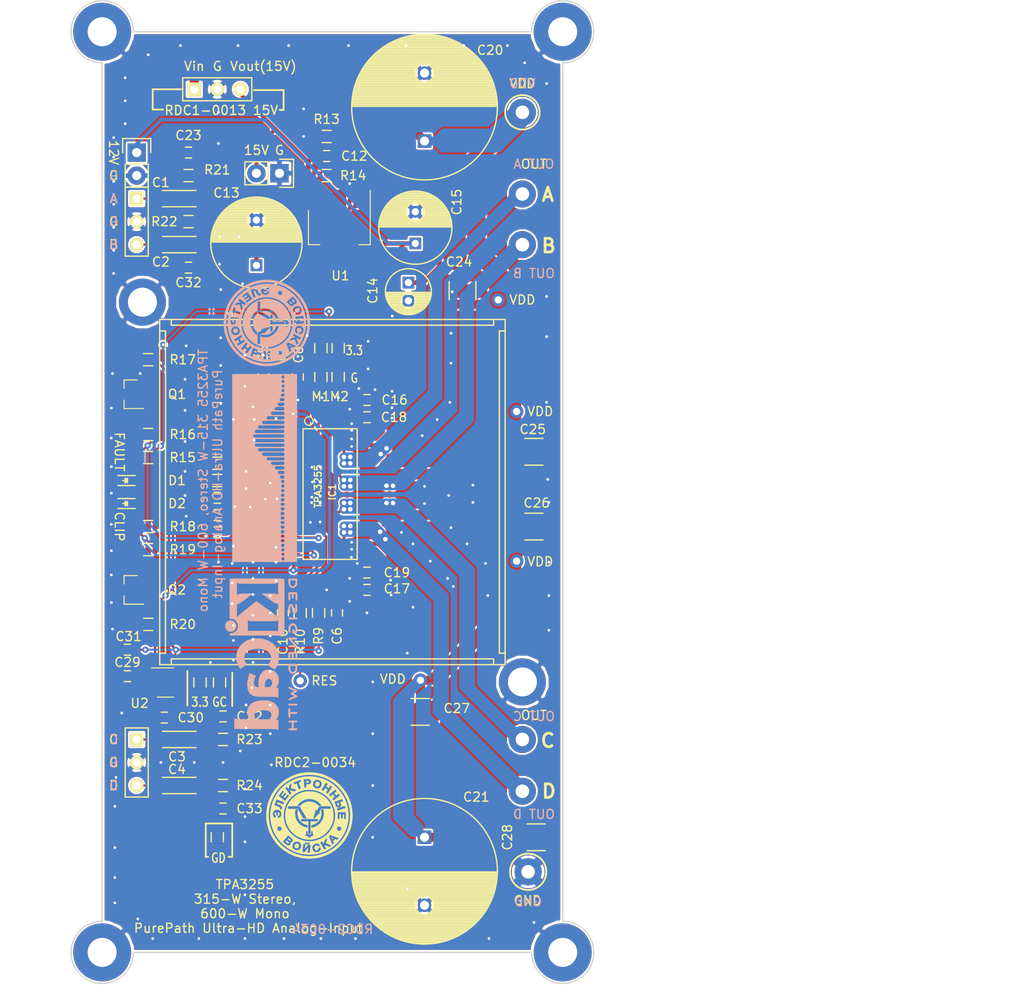
<source format=kicad_pcb>
(kicad_pcb (version 20171130) (host pcbnew "(5.0.0)")
  (layers (0 F.Cu signal) (31 B.Cu signal) (34 B.Paste user) (35 F.Paste user) (36 B.SilkS user) (37 F.SilkS user) (38 B.Mask user) (39 F.Mask user) (44 Edge.Cuts user))
  (net 0 "")
  (net 1 GND)
  (net 2 "Net-(C1-Pad1)")
  (net 3 INC)
  (net 4 IND)
  (net 5 "Net-(C5-Pad1)")
  (net 6 "Net-(C6-Pad1)")
  (net 7 "Net-(C7-Pad1)")
  (net 8 12V)
  (net 9 "Net-(C9-Pad1)")
  (net 10 "Net-(C10-Pad1)")
  (net 11 "Net-(C11-Pad1)")
  (net 12 15V)
  (net 13 "Net-(C14-Pad1)")
  (net 14 "Net-(C16-Pad1)")
  (net 15 "Net-(C16-Pad2)")
  (net 16 "Net-(C17-Pad1)")
  (net 17 "Net-(C17-Pad2)")
  (net 18 "Net-(C18-Pad1)")
  (net 19 "Net-(C18-Pad2)")
  (net 20 "Net-(C19-Pad1)")
  (net 21 "Net-(C19-Pad2)")
  (net 22 VDD)
  (net 23 "Net-(D1-Pad2)")
  (net 24 "Net-(D2-Pad2)")
  (net 25 "Net-(IC1-Pad3)")
  (net 26 "Net-(IC1-Pad4)")
  (net 27 "Net-(IC1-Pad7)")
  (net 28 "Net-(IC1-Pad8)")
  (net 29 FAULT)
  (net 30 CLIP)
  (net 31 "Net-(Q1-Pad1)")
  (net 32 "Net-(Q2-Pad1)")
  (net 33 +3V3)
  (net 34 "Net-(C1-Pad2)")
  (net 35 "Net-(C2-Pad2)")
  (net 36 "Net-(C3-Pad2)")
  (net 37 "Net-(C4-Pad2)")
  (net 38 RES)
  (net 39 "Net-(C30-Pad2)")
  (net 40 "Net-(C2-Pad1)")
  (net 41 "Net-(C3-Pad1)")
  (net 42 "Net-(C4-Pad1)")
  (net 43 "Net-(C23-Pad2)")
  (net 44 "Net-(C32-Pad2)")
  (module Measurement_Points:Measurement_Point_Round-TH_Big (layer F.Cu) (at 120.015 50.927)
    (fp_text reference P11 hide)
    (fp_text value CONN_01X01)
    (pad 1 thru_hole circle (at 0 0) (size 3 3) (drill 1.5) (layers *.Cu *.Mask) (net 18 "Net-(C18-Pad1)"))
  )
  (module Measurement_Points:Measurement_Point_Round-TH_Big (layer F.Cu) (at 120.015 56.515)
    (fp_text reference P12 hide)
    (fp_text value CONN_01X01)
    (pad 1 thru_hole circle (at 0 0) (size 3 3) (drill 1.5) (layers *.Cu *.Mask) (net 14 "Net-(C16-Pad1)"))
  )
  (module Measurement_Points:Measurement_Point_Round-TH_Big (layer F.Cu) (at 120.015 111.125)
    (fp_text reference P13 hide)
    (fp_text value CONN_01X01 hide)
    (pad 1 thru_hole circle (at 0 0) (size 3 3) (drill 1.5) (layers *.Cu *.Mask) (net 17 "Net-(C17-Pad2)"))
  )
  (module Measurement_Points:Measurement_Point_Round-TH_Big (layer F.Cu) (at 120.015 116.84)
    (fp_text reference P14 hide)
    (fp_text value CONN_01X01 hide)
    (pad 1 thru_hole circle (at 0 0) (size 3 3) (drill 1.5) (layers *.Cu *.Mask) (net 21 "Net-(C19-Pad2)"))
  )
  (module Heatsinks:Heatsink_37x37mm_SpringFixation (layer F.Cu) (at 99.06 83.82)
    (fp_text reference REF** hide)
    (fp_text value Heatsink_37x37mm_SpringFixation)
    (pad 1 thru_hole circle (at 20.955 20.955) (size 5.2 5.2) (drill 3.2) (layers *.Cu *.Mask) (net 1 GND))
    (pad 1 thru_hole circle (at -20.955 -20.955) (size 5.2 5.2) (drill 3.2) (layers *.Cu *.Mask) (net 1 GND))
  )
  (module Capacitors_Tantalum_SMD:TantalC_SizeA_EIA-3216_Reflow (layer F.Cu) (at 81.915 51.435 180)
    (fp_text reference C1 (at 1.778 1.778 180) (layer F.SilkS))
    (fp_text value 10)
    (pad 2 smd rect (at 1.31 0 180) (size 1.8 1.23) (layers F.Cu F.Paste F.Mask) (net 34 "Net-(C1-Pad2)"))
    (pad 1 smd rect (at -1.31 0 180) (size 1.8 1.23) (layers F.Cu F.Paste F.Mask) (net 2 "Net-(C1-Pad1)"))
  )
  (module Capacitors_Tantalum_SMD:TantalC_SizeA_EIA-3216_Reflow (layer F.Cu) (at 81.915 56.515 180)
    (fp_text reference C2 (at 1.778 -1.905 180) (layer F.SilkS))
    (fp_text value 10)
    (pad 2 smd rect (at 1.31 0 180) (size 1.8 1.23) (layers F.Cu F.Paste F.Mask) (net 35 "Net-(C2-Pad2)"))
    (pad 1 smd rect (at -1.31 0 180) (size 1.8 1.23) (layers F.Cu F.Paste F.Mask) (net 40 "Net-(C2-Pad1)"))
  )
  (module Capacitors_Tantalum_SMD:TantalC_SizeA_EIA-3216_Reflow (layer F.Cu) (at 81.915 111.125 180)
    (fp_text reference C3 (at 0 -1.9 180) (layer F.SilkS))
    (fp_text value 10)
    (pad 2 smd rect (at 1.31 0 180) (size 1.8 1.23) (layers F.Cu F.Paste F.Mask) (net 36 "Net-(C3-Pad2)"))
    (pad 1 smd rect (at -1.31 0 180) (size 1.8 1.23) (layers F.Cu F.Paste F.Mask) (net 41 "Net-(C3-Pad1)"))
  )
  (module Capacitors_Tantalum_SMD:TantalC_SizeA_EIA-3216_Reflow (layer F.Cu) (at 81.915 116.205 180)
    (fp_text reference C4 (at 0 1.778 180) (layer F.SilkS))
    (fp_text value 10)
    (pad 2 smd rect (at 1.31 0 180) (size 1.8 1.23) (layers F.Cu F.Paste F.Mask) (net 37 "Net-(C4-Pad2)"))
    (pad 1 smd rect (at -1.31 0 180) (size 1.8 1.23) (layers F.Cu F.Paste F.Mask) (net 42 "Net-(C4-Pad1)"))
  )
  (module Capacitors_SMD:C_0603 (layer F.Cu) (at 91.44 71.12 90)
    (fp_text reference C5 (at 2.54 0 90) (layer F.SilkS))
    (fp_text value 0,1)
    (pad 1 smd rect (at -0.75 0 90) (size 0.8 0.75) (layers F.Cu F.Paste F.Mask) (net 5 "Net-(C5-Pad1)"))
    (pad 2 smd rect (at 0.75 0 90) (size 0.8 0.75) (layers F.Cu F.Paste F.Mask) (net 1 GND))
  )
  (module Capacitors_SMD:C_0603 (layer F.Cu) (at 99.568 97.155 270)
    (fp_text reference C6 (at 2.54 0 270) (layer F.SilkS))
    (fp_text value 100)
    (pad 1 smd rect (at -0.75 0 270) (size 0.8 0.75) (layers F.Cu F.Paste F.Mask) (net 6 "Net-(C6-Pad1)"))
    (pad 2 smd rect (at 0.75 0 270) (size 0.8 0.75) (layers F.Cu F.Paste F.Mask) (net 1 GND))
  )
  (module Capacitors_SMD:C_0603 (layer F.Cu) (at 86.36 86.36 180)
    (fp_text reference C7 (at -2.54 0 180) (layer F.SilkS))
    (fp_text value "1 uF")
    (pad 1 smd rect (at -0.75 0 180) (size 0.8 0.75) (layers F.Cu F.Paste F.Mask) (net 7 "Net-(C7-Pad1)"))
    (pad 2 smd rect (at 0.75 0 180) (size 0.8 0.75) (layers F.Cu F.Paste F.Mask) (net 1 GND))
  )
  (module Capacitors_SMD:C_0603 (layer F.Cu) (at 95.25 71.12 90)
    (fp_text reference C8 (at 2.4765 0.0635 90) (layer F.SilkS))
    (fp_text value C)
    (pad 1 smd rect (at -0.75 0 90) (size 0.8 0.75) (layers F.Cu F.Paste F.Mask) (net 8 12V))
    (pad 2 smd rect (at 0.75 0 90) (size 0.8 0.75) (layers F.Cu F.Paste F.Mask) (net 1 GND))
  )
  (module Capacitors_SMD:C_0603 (layer F.Cu) (at 86.36 84.455 180)
    (fp_text reference C9 (at -2.54 0 180) (layer F.SilkS))
    (fp_text value "1 uF")
    (pad 1 smd rect (at -0.75 0 180) (size 0.8 0.75) (layers F.Cu F.Paste F.Mask) (net 9 "Net-(C9-Pad1)"))
    (pad 2 smd rect (at 0.75 0 180) (size 0.8 0.75) (layers F.Cu F.Paste F.Mask) (net 1 GND))
  )
  (module Capacitors_SMD:C_0603 (layer F.Cu) (at 93.599 97.155 270)
    (fp_text reference C10 (at 3.175 0 270) (layer F.SilkS))
    (fp_text value 0,1)
    (pad 1 smd rect (at -0.75 0 270) (size 0.8 0.75) (layers F.Cu F.Paste F.Mask) (net 10 "Net-(C10-Pad1)"))
    (pad 2 smd rect (at 0.75 0 270) (size 0.8 0.75) (layers F.Cu F.Paste F.Mask) (net 1 GND))
  )
  (module Capacitors_SMD:C_0603 (layer F.Cu) (at 86.36 88.265 180)
    (fp_text reference C11 (at -3.175 0 180) (layer F.SilkS))
    (fp_text value "0,047 uF")
    (pad 1 smd rect (at -0.75 0 180) (size 0.8 0.75) (layers F.Cu F.Paste F.Mask) (net 11 "Net-(C11-Pad1)"))
    (pad 2 smd rect (at 0.75 0 180) (size 0.8 0.75) (layers F.Cu F.Paste F.Mask) (net 1 GND))
  )
  (module Capacitors_SMD:C_0603 (layer F.Cu) (at 98.425 46.736 180)
    (fp_text reference C12 (at -3.048 0 180) (layer F.SilkS))
    (fp_text value 0,1)
    (pad 1 smd rect (at -0.75 0 180) (size 0.8 0.75) (layers F.Cu F.Paste F.Mask) (net 1 GND))
    (pad 2 smd rect (at 0.75 0 180) (size 0.8 0.75) (layers F.Cu F.Paste F.Mask) (net 12 15V))
  )
  (module Capacitors_ThroughHole:C_Radial_D10_L13_P5 (layer F.Cu) (at 90.678 58.801 90)
    (fp_text reference C13 (at 8.001 -3.302 180) (layer F.SilkS))
    (fp_text value "470 uF")
    (pad 1 thru_hole rect (at 0 0 90) (size 1.3 1.3) (drill 0.8) (layers *.Cu *.Mask) (net 12 15V))
    (pad 2 thru_hole circle (at 5 0 90) (size 1.3 1.3) (drill 0.8) (layers *.Cu *.Mask) (net 1 GND))
  )
  (module Capacitors_ThroughHole:C_Radial_D5_L11_P2 (layer F.Cu) (at 107.442 60.706 270)
    (fp_text reference C14 (at 0.889 3.937 270) (layer F.SilkS))
    (fp_text value "10 uF")
    (pad 1 thru_hole rect (at 0 0 270) (size 1.3 1.3) (drill 0.8) (layers *.Cu *.Mask) (net 13 "Net-(C14-Pad1)"))
    (pad 2 thru_hole circle (at 2 0 270) (size 1.3 1.3) (drill 0.8) (layers *.Cu *.Mask) (net 1 GND))
  )
  (module Capacitors_ThroughHole:C_Radial_D8_L11.5_P3.5 (layer F.Cu) (at 108.204 56.388 90)
    (fp_text reference C15 (at 4.572 4.572 90) (layer F.SilkS))
    (fp_text value "100 uF")
    (pad 2 thru_hole circle (at 3.5 0 90) (size 1.3 1.3) (drill 0.8) (layers *.Cu *.Mask) (net 1 GND))
    (pad 1 thru_hole rect (at 0 0 90) (size 1.3 1.3) (drill 0.8) (layers *.Cu *.Mask) (net 8 12V))
  )
  (module Capacitors_SMD:C_0603 (layer F.Cu) (at 102.87 73.66)
    (fp_text reference C16 (at 3.048 0) (layer F.SilkS))
    (fp_text value 0,033)
    (pad 1 smd rect (at -0.75 0) (size 0.8 0.75) (layers F.Cu F.Paste F.Mask) (net 14 "Net-(C16-Pad1)"))
    (pad 2 smd rect (at 0.75 0) (size 0.8 0.75) (layers F.Cu F.Paste F.Mask) (net 15 "Net-(C16-Pad2)"))
  )
  (module Capacitors_SMD:C_0603 (layer F.Cu) (at 102.87 94.615 180)
    (fp_text reference C17 (at -3.302 0.127 180) (layer F.SilkS))
    (fp_text value 0,033)
    (pad 1 smd rect (at -0.75 0 180) (size 0.8 0.75) (layers F.Cu F.Paste F.Mask) (net 16 "Net-(C17-Pad1)"))
    (pad 2 smd rect (at 0.75 0 180) (size 0.8 0.75) (layers F.Cu F.Paste F.Mask) (net 17 "Net-(C17-Pad2)"))
  )
  (module Capacitors_SMD:C_0603 (layer F.Cu) (at 102.87 75.565)
    (fp_text reference C18 (at 2.9845 0) (layer F.SilkS))
    (fp_text value 0,033)
    (pad 1 smd rect (at -0.75 0) (size 0.8 0.75) (layers F.Cu F.Paste F.Mask) (net 18 "Net-(C18-Pad1)"))
    (pad 2 smd rect (at 0.75 0) (size 0.8 0.75) (layers F.Cu F.Paste F.Mask) (net 19 "Net-(C18-Pad2)"))
  )
  (module Capacitors_SMD:C_0603 (layer F.Cu) (at 102.87 92.71 180)
    (fp_text reference C19 (at -3.302 0 180) (layer F.SilkS))
    (fp_text value 0,033)
    (pad 1 smd rect (at -0.75 0 180) (size 0.8 0.75) (layers F.Cu F.Paste F.Mask) (net 20 "Net-(C19-Pad1)"))
    (pad 2 smd rect (at 0.75 0 180) (size 0.8 0.75) (layers F.Cu F.Paste F.Mask) (net 21 "Net-(C19-Pad2)"))
  )
  (module Capacitors_ThroughHole:C_Radial_D16_L25_P7.5 (layer F.Cu) (at 109.22 45.085 90)
    (fp_text reference C20 (at 10.033 7.239 180) (layer F.SilkS))
    (fp_text value "1000 uF")
    (pad 1 thru_hole rect (at 0 0 90) (size 1.5 1.5) (drill 1) (layers *.Cu *.Mask) (net 22 VDD))
    (pad 2 thru_hole circle (at 7.5 0 90) (size 1.5 1.5) (drill 1) (layers *.Cu *.Mask) (net 1 GND))
  )
  (module Capacitors_ThroughHole:C_Radial_D16_L25_P7.5 (layer F.Cu) (at 109.22 121.92 270)
    (fp_text reference C21 (at -4.445 -5.715) (layer F.SilkS))
    (fp_text value "1000 uF")
    (pad 1 thru_hole rect (at 0 0 270) (size 1.5 1.5) (drill 1) (layers *.Cu *.Mask) (net 22 VDD))
    (pad 2 thru_hole circle (at 7.5 0 270) (size 1.5 1.5) (drill 1) (layers *.Cu *.Mask) (net 1 GND))
  )
  (module Capacitors_SMD:C_1210 (layer F.Cu) (at 113.411 61.595 270)
    (fp_text reference C24 (at -3.175 0.381) (layer F.SilkS))
    (fp_text value 2,2)
    (pad 1 smd rect (at -1.5 0 270) (size 1 2.5) (layers F.Cu F.Paste F.Mask) (net 1 GND))
    (pad 2 smd rect (at 1.5 0 270) (size 1 2.5) (layers F.Cu F.Paste F.Mask) (net 22 VDD))
  )
  (module Capacitors_SMD:C_1210 (layer F.Cu) (at 121.285 79.375 180)
    (fp_text reference C25 (at 0.127 2.4765 180) (layer F.SilkS))
    (fp_text value 2,2)
    (pad 1 smd rect (at -1.5 0 180) (size 1 2.5) (layers F.Cu F.Paste F.Mask) (net 1 GND))
    (pad 2 smd rect (at 1.5 0 180) (size 1 2.5) (layers F.Cu F.Paste F.Mask) (net 22 VDD))
  )
  (module Capacitors_SMD:C_1210 (layer F.Cu) (at 121.285 87.63 180)
    (fp_text reference C26 (at -0.3175 2.6035 180) (layer F.SilkS))
    (fp_text value 2,2)
    (pad 1 smd rect (at -1.5 0 180) (size 1 2.5) (layers F.Cu F.Paste F.Mask) (net 1 GND))
    (pad 2 smd rect (at 1.5 0 180) (size 1 2.5) (layers F.Cu F.Paste F.Mask) (net 22 VDD))
  )
  (module Capacitors_SMD:C_1210 (layer F.Cu) (at 108.7374 108.077)
    (fp_text reference C27 (at 4.0386 -0.381) (layer F.SilkS))
    (fp_text value 2,2)
    (pad 1 smd rect (at -1.5 0) (size 1 2.5) (layers F.Cu F.Paste F.Mask) (net 1 GND))
    (pad 2 smd rect (at 1.5 0) (size 1 2.5) (layers F.Cu F.Paste F.Mask) (net 22 VDD))
  )
  (module Capacitors_SMD:C_1210 (layer F.Cu) (at 121.539 121.92 180)
    (fp_text reference C28 (at 3.175 0 270) (layer F.SilkS))
    (fp_text value 2,2)
    (pad 1 smd rect (at -1.5 0 180) (size 1 2.5) (layers F.Cu F.Paste F.Mask) (net 1 GND))
    (pad 2 smd rect (at 1.5 0 180) (size 1 2.5) (layers F.Cu F.Paste F.Mask) (net 22 VDD))
  )
  (module LEDs:LED_0603 (layer F.Cu) (at 76.2 82.55 180)
    (fp_text reference D1 (at -5.715 0 180) (layer F.SilkS))
    (fp_text value LED)
    (pad 2 smd rect (at 0.7493 0) (size 0.79756 0.79756) (layers F.Cu F.Paste F.Mask) (net 23 "Net-(D1-Pad2)"))
    (pad 1 smd rect (at -0.7493 0) (size 0.79756 0.79756) (layers F.Cu F.Paste F.Mask) (net 1 GND))
  )
  (module LEDs:LED_0603 (layer F.Cu) (at 76.2 85.09 180)
    (fp_text reference D2 (at -5.715 0 180) (layer F.SilkS))
    (fp_text value LED)
    (pad 2 smd rect (at 0.7493 0) (size 0.79756 0.79756) (layers F.Cu F.Paste F.Mask) (net 24 "Net-(D2-Pad2)"))
    (pad 1 smd rect (at -0.7493 0) (size 0.79756 0.79756) (layers F.Cu F.Paste F.Mask) (net 1 GND))
  )
  (module Inductors_NEOSID:Neosid_Inductor_SM0603CG (layer F.Cu) (at 93.345 71.12 90)
    (fp_text reference L1 (at 2.54 0 90) (layer F.SilkS))
    (fp_text value 10μH)
    (pad 2 smd rect (at 0.70104 0 90) (size 0.59944 1.19888) (layers F.Cu F.Paste F.Mask) (net 5 "Net-(C5-Pad1)"))
    (pad 1 smd rect (at -0.70104 0 90) (size 0.59944 1.19888) (layers F.Cu F.Paste F.Mask) (net 8 12V))
  )
  (module Measurement_Points:Measurement_Point_Round-TH_Big (layer F.Cu) (at 120.015 41.91)
    (fp_text reference P4 hide)
    (fp_text value CONN_01X01)
    (pad 1 thru_hole circle (at 0 0) (size 3 3) (drill 1.5) (layers *.Cu *.Mask) (net 22 VDD))
  )
  (module Measurement_Points:Measurement_Point_Round-TH_Big (layer F.Cu) (at 120.65 125.73)
    (fp_text reference P5 hide)
    (fp_text value CONN_01X01)
    (pad 1 thru_hole circle (at 0 0) (size 3 3) (drill 1.5) (layers *.Cu *.Mask) (net 1 GND))
  )
  (module TO_SOT_Packages_SMD:SOT-23 (layer F.Cu) (at 76.835 73.025 180)
    (fp_text reference Q1 (at -5.08 0 180) (layer F.SilkS))
    (fp_text value 2N7002)
    (pad 1 smd rect (at -1 -0.95 180) (size 0.9 0.8) (layers F.Cu F.Paste F.Mask) (net 31 "Net-(Q1-Pad1)"))
    (pad 2 smd rect (at -1 0.95 180) (size 0.9 0.8) (layers F.Cu F.Paste F.Mask) (net 1 GND))
    (pad 3 smd rect (at 1 0 180) (size 0.9 0.8) (layers F.Cu F.Paste F.Mask) (net 23 "Net-(D1-Pad2)"))
  )
  (module TO_SOT_Packages_SMD:SOT-23 (layer F.Cu) (at 76.835 94.615 180)
    (fp_text reference Q2 (at -5.08 0 180) (layer F.SilkS))
    (fp_text value 2N7002)
    (pad 1 smd rect (at -1 -0.95 180) (size 0.9 0.8) (layers F.Cu F.Paste F.Mask) (net 32 "Net-(Q2-Pad1)"))
    (pad 2 smd rect (at -1 0.95 180) (size 0.9 0.8) (layers F.Cu F.Paste F.Mask) (net 1 GND))
    (pad 3 smd rect (at 1 0 180) (size 0.9 0.8) (layers F.Cu F.Paste F.Mask) (net 24 "Net-(D2-Pad2)"))
  )
  (module Resistors_SMD:R_0603 (layer F.Cu) (at 84.455 104.8385 90)
    (fp_text reference R1 hide)
    (fp_text value R)
    (pad 1 smd rect (at -0.75 0 90) (size 0.5 0.9) (layers F.Cu F.Paste F.Mask) (net 3 INC))
    (pad 2 smd rect (at 0.75 0 90) (size 0.5 0.9) (layers F.Cu F.Paste F.Mask) (net 33 +3V3))
  )
  (module Resistors_SMD:R_0603 (layer F.Cu) (at 86.614 104.8385 90)
    (fp_text reference R2 hide)
    (fp_text value R)
    (pad 1 smd rect (at -0.75 0 90) (size 0.5 0.9) (layers F.Cu F.Paste F.Mask) (net 3 INC))
    (pad 2 smd rect (at 0.75 0 90) (size 0.5 0.9) (layers F.Cu F.Paste F.Mask) (net 1 GND))
  )
  (module Resistors_SMD:R_0603 (layer F.Cu) (at 86.36 121.92 270)
    (fp_text reference R4 hide)
    (fp_text value R)
    (pad 1 smd rect (at -0.75 0 270) (size 0.5 0.9) (layers F.Cu F.Paste F.Mask) (net 4 IND))
    (pad 2 smd rect (at 0.75 0 270) (size 0.5 0.9) (layers F.Cu F.Paste F.Mask) (net 1 GND))
  )
  (module Resistors_SMD:R_0603 (layer F.Cu) (at 99.695 67.945 90)
    (fp_text reference R5 hide)
    (fp_text value R)
    (pad 1 smd rect (at -0.75 0 90) (size 0.5 0.9) (layers F.Cu F.Paste F.Mask) (net 26 "Net-(IC1-Pad4)"))
    (pad 2 smd rect (at 0.75 0 90) (size 0.5 0.9) (layers F.Cu F.Paste F.Mask) (net 33 +3V3))
  )
  (module Resistors_SMD:R_0603 (layer F.Cu) (at 99.695 71.12 90)
    (fp_text reference R6 hide)
    (fp_text value R)
    (pad 1 smd rect (at -0.75 0 90) (size 0.5 0.9) (layers F.Cu F.Paste F.Mask) (net 1 GND))
    (pad 2 smd rect (at 0.75 0 90) (size 0.5 0.9) (layers F.Cu F.Paste F.Mask) (net 26 "Net-(IC1-Pad4)"))
  )
  (module Resistors_SMD:R_0603 (layer F.Cu) (at 97.79 67.945 90)
    (fp_text reference R7 hide)
    (fp_text value R)
    (pad 1 smd rect (at -0.75 0 90) (size 0.5 0.9) (layers F.Cu F.Paste F.Mask) (net 25 "Net-(IC1-Pad3)"))
    (pad 2 smd rect (at 0.75 0 90) (size 0.5 0.9) (layers F.Cu F.Paste F.Mask) (net 33 +3V3))
  )
  (module Resistors_SMD:R_0603 (layer F.Cu) (at 97.79 71.12 90)
    (fp_text reference R8 hide)
    (fp_text value R)
    (pad 1 smd rect (at -0.75 0 90) (size 0.5 0.9) (layers F.Cu F.Paste F.Mask) (net 1 GND))
    (pad 2 smd rect (at 0.75 0 90) (size 0.5 0.9) (layers F.Cu F.Paste F.Mask) (net 25 "Net-(IC1-Pad3)"))
  )
  (module Resistors_SMD:R_0603 (layer F.Cu) (at 97.536 97.155 90)
    (fp_text reference R9 (at -2.54 0 90) (layer F.SilkS))
    (fp_text value 10K)
    (pad 1 smd rect (at -0.75 0 90) (size 0.5 0.9) (layers F.Cu F.Paste F.Mask) (net 33 +3V3))
    (pad 2 smd rect (at 0.75 0 90) (size 0.5 0.9) (layers F.Cu F.Paste F.Mask) (net 6 "Net-(C6-Pad1)"))
  )
  (module Resistors_SMD:R_0603 (layer F.Cu) (at 95.504 97.155 90)
    (fp_text reference R10 (at -3.175 0 90) (layer F.SilkS))
    (fp_text value 100)
    (pad 1 smd rect (at -0.75 0 90) (size 0.5 0.9) (layers F.Cu F.Paste F.Mask) (net 38 RES))
    (pad 2 smd rect (at 0.75 0 90) (size 0.5 0.9) (layers F.Cu F.Paste F.Mask) (net 6 "Net-(C6-Pad1)"))
  )
  (module Resistors_SMD:R_0603 (layer F.Cu) (at 86.36 80.645)
    (fp_text reference R11 (at 3.175 0) (layer F.SilkS))
    (fp_text value 22K)
    (pad 1 smd rect (at -0.75 0) (size 0.5 0.9) (layers F.Cu F.Paste F.Mask) (net 1 GND))
    (pad 2 smd rect (at 0.75 0) (size 0.5 0.9) (layers F.Cu F.Paste F.Mask) (net 27 "Net-(IC1-Pad7)"))
  )
  (module Resistors_SMD:R_0603 (layer F.Cu) (at 86.36 82.55)
    (fp_text reference R12 (at 3.175 0) (layer F.SilkS))
    (fp_text value 30K)
    (pad 1 smd rect (at -0.75 0) (size 0.5 0.9) (layers F.Cu F.Paste F.Mask) (net 1 GND))
    (pad 2 smd rect (at 0.75 0) (size 0.5 0.9) (layers F.Cu F.Paste F.Mask) (net 28 "Net-(IC1-Pad8)"))
  )
  (module Resistors_SMD:R_0603 (layer F.Cu) (at 98.425 44.577)
    (fp_text reference R13 (at 0 -1.9) (layer F.SilkS))
    (fp_text value 4k7)
    (pad 1 smd rect (at -0.75 0) (size 0.5 0.9) (layers F.Cu F.Paste F.Mask) (net 1 GND))
    (pad 2 smd rect (at 0.75 0) (size 0.5 0.9) (layers F.Cu F.Paste F.Mask) (net 13 "Net-(C14-Pad1)"))
  )
  (module Resistors_SMD:R_0603 (layer F.Cu) (at 98.425 48.895 180)
    (fp_text reference R14 (at -2.921 0 180) (layer F.SilkS))
    (fp_text value 560R)
    (pad 1 smd rect (at -0.75 0 180) (size 0.5 0.9) (layers F.Cu F.Paste F.Mask) (net 13 "Net-(C14-Pad1)"))
    (pad 2 smd rect (at 0.75 0 180) (size 0.5 0.9) (layers F.Cu F.Paste F.Mask) (net 8 12V))
  )
  (module Resistors_SMD:R_0603 (layer F.Cu) (at 78.74 80.01 180)
    (fp_text reference R15 (at -3.81 0 180) (layer F.SilkS))
    (fp_text value 47K)
    (pad 1 smd rect (at -0.75 0 180) (size 0.5 0.9) (layers F.Cu F.Paste F.Mask) (net 33 +3V3))
    (pad 2 smd rect (at 0.75 0 180) (size 0.5 0.9) (layers F.Cu F.Paste F.Mask) (net 29 FAULT))
  )
  (module Resistors_SMD:R_0603 (layer F.Cu) (at 78.74 77.47 180)
    (fp_text reference R16 (at -3.81 0 180) (layer F.SilkS))
    (fp_text value 100)
    (pad 1 smd rect (at -0.75 0 180) (size 0.5 0.9) (layers F.Cu F.Paste F.Mask) (net 29 FAULT))
    (pad 2 smd rect (at 0.75 0 180) (size 0.5 0.9) (layers F.Cu F.Paste F.Mask) (net 31 "Net-(Q1-Pad1)"))
  )
  (module Resistors_SMD:R_0603 (layer F.Cu) (at 78.74 69.215 180)
    (fp_text reference R17 (at -3.81 0 180) (layer F.SilkS))
    (fp_text value 1K)
    (pad 1 smd rect (at -0.75 0 180) (size 0.5 0.9) (layers F.Cu F.Paste F.Mask) (net 8 12V))
    (pad 2 smd rect (at 0.75 0 180) (size 0.5 0.9) (layers F.Cu F.Paste F.Mask) (net 23 "Net-(D1-Pad2)"))
  )
  (module Resistors_SMD:R_0603 (layer F.Cu) (at 78.74 87.63 180)
    (fp_text reference R18 (at -3.81 0 180) (layer F.SilkS))
    (fp_text value 47K)
    (pad 1 smd rect (at -0.75 0 180) (size 0.5 0.9) (layers F.Cu F.Paste F.Mask) (net 33 +3V3))
    (pad 2 smd rect (at 0.75 0 180) (size 0.5 0.9) (layers F.Cu F.Paste F.Mask) (net 30 CLIP))
  )
  (module Resistors_SMD:R_0603 (layer F.Cu) (at 78.74 90.17 180)
    (fp_text reference R19 (at -3.81 0 180) (layer F.SilkS))
    (fp_text value 100)
    (pad 1 smd rect (at -0.75 0 180) (size 0.5 0.9) (layers F.Cu F.Paste F.Mask) (net 30 CLIP))
    (pad 2 smd rect (at 0.75 0 180) (size 0.5 0.9) (layers F.Cu F.Paste F.Mask) (net 32 "Net-(Q2-Pad1)"))
  )
  (module Resistors_SMD:R_0603 (layer F.Cu) (at 78.74 98.425 180)
    (fp_text reference R20 (at -3.81 0 180) (layer F.SilkS))
    (fp_text value 1K)
    (pad 1 smd rect (at -0.75 0 180) (size 0.5 0.9) (layers F.Cu F.Paste F.Mask) (net 8 12V))
    (pad 2 smd rect (at 0.75 0 180) (size 0.5 0.9) (layers F.Cu F.Paste F.Mask) (net 24 "Net-(D2-Pad2)"))
  )
  (module TO_SOT_Packages_SMD:SOT-223 (layer F.Cu) (at 99.822 54.61 270)
    (fp_text reference U1 (at 5.334 -0.127) (layer F.SilkS))
    (fp_text value LM317_SOT223)
    (pad 4 smd rect (at 3.15 0 270) (size 2 3.8) (layers F.Cu F.Paste F.Mask))
    (pad 2 smd rect (at -3.15 0 270) (size 2 1.5) (layers F.Cu F.Paste F.Mask) (net 8 12V))
    (pad 3 smd rect (at -3.15 2.3 270) (size 2 1.5) (layers F.Cu F.Paste F.Mask) (net 12 15V))
    (pad 1 smd rect (at -3.15 -2.3 270) (size 2 1.5) (layers F.Cu F.Paste F.Mask) (net 13 "Net-(C14-Pad1)"))
  )
  (module NewComponents:TSSOP-44 (layer F.Cu) (at 99.06 83.82 270)
    (fp_text reference IC1 (at 0 0 270) (layer F.SilkS) (effects (font (size 0.7493 0.7493) (thickness 0.14986))))
    (fp_text value TPA3255 (at -0.635 1.5875 270) (layer F.SilkS) (effects (font (size 0.7493 0.7493) (thickness 0.14986))))
    (pad 23 smd rect (at 6.9215 -3.7338 270) (size 0.4 1.45) (layers F.Cu F.Paste F.Mask) (net 20 "Net-(C19-Pad1)"))
    (pad 24 smd rect (at 6.2865 -3.7338 270) (size 0.4 1.45) (layers F.Cu F.Paste F.Mask) (net 16 "Net-(C17-Pad1)"))
    (pad 25 smd rect (at 5.6515 -3.7338 270) (size 0.4 1.45) (layers F.Cu F.Paste F.Mask) (net 1 GND))
    (pad 26 smd rect (at 5.0165 -3.7338 270) (size 0.4 1.45) (layers F.Cu F.Paste F.Mask) (net 1 GND))
    (pad 27 smd rect (at 4.3815 -3.7338 270) (size 0.4 1.45) (layers F.Cu F.Paste F.Mask) (net 21 "Net-(C19-Pad2)"))
    (pad 28 smd rect (at 3.7465 -3.7338 270) (size 0.4 1.45) (layers F.Cu F.Paste F.Mask) (net 21 "Net-(C19-Pad2)"))
    (pad 29 smd rect (at 3.1115 -3.7338 270) (size 0.4 1.45) (layers F.Cu F.Paste F.Mask) (net 22 VDD))
    (pad 30 smd rect (at 2.4765 -3.7338 270) (size 0.4 1.45) (layers F.Cu F.Paste F.Mask) (net 22 VDD))
    (pad 31 smd rect (at 1.8415 -3.7338 270) (size 0.4 1.45) (layers F.Cu F.Paste F.Mask) (net 22 VDD))
    (pad 32 smd rect (at 1.2065 -3.7338 270) (size 0.4 1.45) (layers F.Cu F.Paste F.Mask) (net 17 "Net-(C17-Pad2)"))
    (pad 33 smd rect (at 0.5715 -3.7338 270) (size 0.4 1.45) (layers F.Cu F.Paste F.Mask) (net 1 GND))
    (pad 34 smd rect (at -0.0635 -3.7338 270) (size 0.4 1.45) (layers F.Cu F.Paste F.Mask) (net 1 GND))
    (pad 36 smd rect (at -1.3335 -3.7338 270) (size 0.4 1.45) (layers F.Cu F.Paste F.Mask) (net 22 VDD))
    (pad 35 smd rect (at -0.6985 -3.7338 270) (size 0.4 1.45) (layers F.Cu F.Paste F.Mask) (net 14 "Net-(C16-Pad1)"))
    (pad 37 smd rect (at -1.9685 -3.7338 270) (size 0.4 1.45) (layers F.Cu F.Paste F.Mask) (net 22 VDD))
    (pad 38 smd rect (at -2.6035 -3.7338 270) (size 0.4 1.45) (layers F.Cu F.Paste F.Mask) (net 22 VDD))
    (pad 39 smd rect (at -3.2385 -3.7338 270) (size 0.4 1.45) (layers F.Cu F.Paste F.Mask) (net 18 "Net-(C18-Pad1)"))
    (pad 40 smd rect (at -3.8735 -3.7338 270) (size 0.4 1.45) (layers F.Cu F.Paste F.Mask) (net 18 "Net-(C18-Pad1)"))
    (pad 41 smd rect (at -4.5085 -3.7338 270) (size 0.4 1.45) (layers F.Cu F.Paste F.Mask) (net 1 GND))
    (pad 42 smd rect (at -5.1435 -3.7338 270) (size 0.4 1.45) (layers F.Cu F.Paste F.Mask) (net 1 GND))
    (pad 43 smd rect (at -5.7785 -3.7338 270) (size 0.4 1.45) (layers F.Cu F.Paste F.Mask) (net 15 "Net-(C16-Pad2)"))
    (pad 44 smd rect (at -6.4135 -3.7338 270) (size 0.4 1.45) (layers F.Cu F.Paste F.Mask) (net 19 "Net-(C18-Pad2)"))
    (pad 1 smd rect (at -6.4135 4.2545 270) (size 0.4 1.45) (layers F.Cu F.Paste F.Mask) (net 8 12V))
    (pad 2 smd rect (at -5.7785 4.2545 270) (size 0.4 1.45) (layers F.Cu F.Paste F.Mask) (net 5 "Net-(C5-Pad1)"))
    (pad 3 smd rect (at -5.1435 4.2545 270) (size 0.4 1.45) (layers F.Cu F.Paste F.Mask) (net 25 "Net-(IC1-Pad3)"))
    (pad 4 smd rect (at -4.5085 4.2545 270) (size 0.4 1.45) (layers F.Cu F.Paste F.Mask) (net 26 "Net-(IC1-Pad4)"))
    (pad 5 smd rect (at -3.8735 4.2545 270) (size 0.4 1.45) (layers F.Cu F.Paste F.Mask) (net 43 "Net-(C23-Pad2)"))
    (pad 6 smd rect (at -3.2385 4.2545 270) (size 0.4 1.45) (layers F.Cu F.Paste F.Mask) (net 44 "Net-(C32-Pad2)"))
    (pad 7 smd rect (at -2.6035 4.2545 270) (size 0.4 1.45) (layers F.Cu F.Paste F.Mask) (net 27 "Net-(IC1-Pad7)"))
    (pad 8 smd rect (at -1.9685 4.2545 270) (size 0.4 1.45) (layers F.Cu F.Paste F.Mask) (net 28 "Net-(IC1-Pad8)"))
    (pad 10 smd rect (at -0.6985 4.2545 270) (size 0.4 1.45) (layers F.Cu F.Paste F.Mask))
    (pad 9 smd rect (at -1.3335 4.2545 270) (size 0.4 1.45) (layers F.Cu F.Paste F.Mask))
    (pad 11 smd rect (at -0.0635 4.2545 270) (size 0.4 1.45) (layers F.Cu F.Paste F.Mask) (net 9 "Net-(C9-Pad1)"))
    (pad 12 smd rect (at 0.5715 4.2545 270) (size 0.4 1.45) (layers F.Cu F.Paste F.Mask) (net 1 GND))
    (pad 13 smd rect (at 1.2065 4.2545 270) (size 0.4 1.45) (layers F.Cu F.Paste F.Mask) (net 1 GND))
    (pad 14 smd rect (at 1.8415 4.2545 270) (size 0.4 1.45) (layers F.Cu F.Paste F.Mask) (net 7 "Net-(C7-Pad1)"))
    (pad 15 smd rect (at 2.4765 4.2545 270) (size 0.4 1.45) (layers F.Cu F.Paste F.Mask) (net 11 "Net-(C11-Pad1)"))
    (pad 16 smd rect (at 3.1115 4.2545 270) (size 0.4 1.45) (layers F.Cu F.Paste F.Mask) (net 3 INC))
    (pad 17 smd rect (at 3.7465 4.2545 270) (size 0.4 1.45) (layers F.Cu F.Paste F.Mask) (net 4 IND))
    (pad 18 smd rect (at 4.3815 4.2545 270) (size 0.4 1.45) (layers F.Cu F.Paste F.Mask) (net 6 "Net-(C6-Pad1)"))
    (pad 19 smd rect (at 5.0165 4.2545 270) (size 0.4 1.45) (layers F.Cu F.Paste F.Mask) (net 29 FAULT))
    (pad 20 smd rect (at 5.6515 4.2545 270) (size 0.4 1.45) (layers F.Cu F.Paste F.Mask) (net 10 "Net-(C10-Pad1)"))
    (pad 21 smd rect (at 6.2865 4.2545 270) (size 0.4 1.45) (layers F.Cu F.Paste F.Mask) (net 30 CLIP))
    (pad 22 smd rect (at 6.9215 4.2545 270) (size 0.4 1.45) (layers F.Cu F.Paste F.Mask) (net 8 12V))
  )
  (module NewComponents:Pin_Header_Straight_1x03_mm (layer F.Cu) (at 77.47 51.435)
    (fp_text reference P1 hide)
    (fp_text value InAB)
    (pad 1 thru_hole rect (at 0 0) (size 1.5 1.5) (drill 0.9) (layers *.Cu *.Mask F.SilkS) (net 34 "Net-(C1-Pad2)"))
    (pad 2 thru_hole circle (at 0 2.54) (size 1.5 1.5) (drill 0.9) (layers *.Cu *.Mask F.SilkS) (net 1 GND))
    (pad 3 thru_hole circle (at 0 5.08) (size 1.5 1.5) (drill 0.9) (layers *.Cu *.Mask F.SilkS) (net 35 "Net-(C2-Pad2)"))
  )
  (module NewComponents:Pin_Header_Straight_1x03_mm (layer F.Cu) (at 77.47 111.125)
    (fp_text reference P2 hide)
    (fp_text value InCD)
    (pad 1 thru_hole rect (at 0 0) (size 1.5 1.5) (drill 0.9) (layers *.Cu *.Mask F.SilkS) (net 36 "Net-(C3-Pad2)"))
    (pad 2 thru_hole circle (at 0 2.54) (size 1.5 1.5) (drill 0.9) (layers *.Cu *.Mask F.SilkS) (net 1 GND))
    (pad 3 thru_hole circle (at 0 5.08) (size 1.5 1.5) (drill 0.9) (layers *.Cu *.Mask F.SilkS) (net 37 "Net-(C4-Pad2)"))
  )
  (module NewComponents:Pin_Header_Straight_1x03_mm (layer F.Cu) (at 83.82 39.37 90)
    (fp_text reference P3 hide)
    (fp_text value CONN_01X03)
    (pad 1 thru_hole rect (at 0 0 90) (size 1.5 1.5) (drill 0.9) (layers *.Cu *.Mask F.SilkS) (net 22 VDD))
    (pad 2 thru_hole circle (at 0 2.54 90) (size 1.5 1.5) (drill 0.9) (layers *.Cu *.Mask F.SilkS) (net 1 GND))
    (pad 3 thru_hole circle (at 0 5.08 90) (size 1.5 1.5) (drill 0.9) (layers *.Cu *.Mask F.SilkS) (net 12 15V))
  )
  (module Measurement_Points:Measurement_Point_Round-TH_Small (layer F.Cu) (at 117.348 62.611)
    (fp_text reference P6 hide)
    (fp_text value CONN_01X01)
    (pad 1 thru_hole circle (at 0 0) (size 1.5 1.5) (drill 0.8) (layers *.Cu *.Mask) (net 22 VDD))
  )
  (module Measurement_Points:Measurement_Point_Round-TH_Small (layer F.Cu) (at 119.38 74.93)
    (fp_text reference P7 hide)
    (fp_text value CONN_01X01)
    (pad 1 thru_hole circle (at 0 0) (size 1.5 1.5) (drill 0.8) (layers *.Cu *.Mask) (net 22 VDD))
  )
  (module Measurement_Points:Measurement_Point_Round-TH_Small (layer F.Cu) (at 119.38 91.44)
    (fp_text reference P8 hide)
    (fp_text value CONN_01X01)
    (pad 1 thru_hole circle (at 0 0) (size 1.5 1.5) (drill 0.8) (layers *.Cu *.Mask) (net 22 VDD))
  )
  (module Measurement_Points:Measurement_Point_Round-TH_Small (layer F.Cu) (at 108.7755 104.5845)
    (fp_text reference P9 hide)
    (fp_text value CONN_01X01)
    (pad 1 thru_hole circle (at 0 0) (size 1.5 1.5) (drill 0.8) (layers *.Cu *.Mask) (net 22 VDD))
  )
  (module Measurement_Points:Measurement_Point_Round-TH_Small (layer F.Cu) (at 95.504 104.648)
    (fp_text reference P10 hide)
    (fp_text value CONN_01X01)
    (pad 1 thru_hole circle (at 0 0) (size 1.5 1.5) (drill 0.8) (layers *.Cu *.Mask) (net 38 RES))
  )
  (module Capacitors_SMD:C_0603 (layer F.Cu) (at 76.454 104.14)
    (fp_text reference C29 (at 0 -1.524) (layer F.SilkS))
    (fp_text value 1)
    (pad 1 smd rect (at -0.75 0) (size 0.8 0.75) (layers F.Cu F.Paste F.Mask) (net 1 GND))
    (pad 2 smd rect (at 0.75 0) (size 0.8 0.75) (layers F.Cu F.Paste F.Mask) (net 8 12V))
  )
  (module Capacitors_SMD:C_0603 (layer F.Cu) (at 80.518 108.712)
    (fp_text reference C30 (at 2.921 0) (layer F.SilkS))
    (fp_text value 0,01)
    (pad 1 smd rect (at -0.75 0) (size 0.8 0.75) (layers F.Cu F.Paste F.Mask) (net 1 GND))
    (pad 2 smd rect (at 0.75 0) (size 0.8 0.75) (layers F.Cu F.Paste F.Mask) (net 39 "Net-(C30-Pad2)"))
  )
  (module Capacitors_SMD:C_0603 (layer F.Cu) (at 76.454 101.219)
    (fp_text reference C31 (at 0.127 -1.4605) (layer F.SilkS))
    (fp_text value 4,7)
    (pad 1 smd rect (at -0.75 0) (size 0.8 0.75) (layers F.Cu F.Paste F.Mask) (net 1 GND))
    (pad 2 smd rect (at 0.75 0) (size 0.8 0.75) (layers F.Cu F.Paste F.Mask) (net 33 +3V3))
  )
  (module TO_SOT_Packages_SMD:SOT-23-5 (layer F.Cu) (at 80.645 104.8385)
    (fp_text reference U2 (at -2.8575 2.286) (layer F.SilkS))
    (fp_text value LP2985L_3.3V)
    (pad 1 smd rect (at -1.1 -0.95) (size 1.06 0.65) (layers F.Cu F.Paste F.Mask) (net 8 12V))
    (pad 2 smd rect (at -1.1 0) (size 1.06 0.65) (layers F.Cu F.Paste F.Mask) (net 1 GND))
    (pad 3 smd rect (at -1.1 0.95) (size 1.06 0.65) (layers F.Cu F.Paste F.Mask) (net 8 12V))
    (pad 4 smd rect (at 1.1 0.95) (size 1.06 0.65) (layers F.Cu F.Paste F.Mask) (net 39 "Net-(C30-Pad2)"))
    (pad 5 smd rect (at 1.1 -0.95) (size 1.06 0.65) (layers F.Cu F.Paste F.Mask) (net 33 +3V3))
  )
  (module Capacitors_SMD:C_0603 (layer F.Cu) (at 86.995 108.585 180)
    (fp_text reference C22 (at -2.921 0 180) (layer F.SilkS))
    (fp_text value 100)
    (pad 1 smd rect (at -0.75 0 180) (size 0.8 0.75) (layers F.Cu F.Paste F.Mask) (net 3 INC))
    (pad 2 smd rect (at 0.75 0 180) (size 0.8 0.75) (layers F.Cu F.Paste F.Mask) (net 1 GND))
  )
  (module Capacitors_SMD:C_0603 (layer F.Cu) (at 83.185 46.355)
    (fp_text reference C23 (at 0 -1.9) (layer F.SilkS))
    (fp_text value 100)
    (pad 1 smd rect (at -0.75 0) (size 0.8 0.75) (layers F.Cu F.Paste F.Mask) (net 1 GND))
    (pad 2 smd rect (at 0.75 0) (size 0.8 0.75) (layers F.Cu F.Paste F.Mask) (net 43 "Net-(C23-Pad2)"))
  )
  (module Capacitors_SMD:C_0603 (layer F.Cu) (at 83.185 59.055)
    (fp_text reference C32 (at 0 1.651) (layer F.SilkS))
    (fp_text value 100)
    (pad 1 smd rect (at -0.75 0) (size 0.8 0.75) (layers F.Cu F.Paste F.Mask) (net 1 GND))
    (pad 2 smd rect (at 0.75 0) (size 0.8 0.75) (layers F.Cu F.Paste F.Mask) (net 44 "Net-(C32-Pad2)"))
  )
  (module Capacitors_SMD:C_0603 (layer F.Cu) (at 86.995 118.745 180)
    (fp_text reference C33 (at -2.921 0 180) (layer F.SilkS))
    (fp_text value 100)
    (pad 1 smd rect (at -0.75 0 180) (size 0.8 0.75) (layers F.Cu F.Paste F.Mask) (net 4 IND))
    (pad 2 smd rect (at 0.75 0 180) (size 0.8 0.75) (layers F.Cu F.Paste F.Mask) (net 1 GND))
  )
  (module Resistors_SMD:R_0603 (layer F.Cu) (at 83.185 48.895)
    (fp_text reference R21 (at 3.175 -0.635) (layer F.SilkS))
    (fp_text value 100)
    (pad 1 smd rect (at -0.75 0) (size 0.5 0.9) (layers F.Cu F.Paste F.Mask) (net 2 "Net-(C1-Pad1)"))
    (pad 2 smd rect (at 0.75 0) (size 0.5 0.9) (layers F.Cu F.Paste F.Mask) (net 43 "Net-(C23-Pad2)"))
  )
  (module Resistors_SMD:R_0603 (layer F.Cu) (at 83.185 53.975)
    (fp_text reference R22 (at -2.667 0) (layer F.SilkS))
    (fp_text value 100)
    (pad 1 smd rect (at -0.75 0) (size 0.5 0.9) (layers F.Cu F.Paste F.Mask) (net 40 "Net-(C2-Pad1)"))
    (pad 2 smd rect (at 0.75 0) (size 0.5 0.9) (layers F.Cu F.Paste F.Mask) (net 44 "Net-(C32-Pad2)"))
  )
  (module Resistors_SMD:R_0603 (layer F.Cu) (at 86.995 111.125)
    (fp_text reference R23 (at 2.921 0) (layer F.SilkS))
    (fp_text value 100)
    (pad 1 smd rect (at -0.75 0) (size 0.5 0.9) (layers F.Cu F.Paste F.Mask) (net 41 "Net-(C3-Pad1)"))
    (pad 2 smd rect (at 0.75 0) (size 0.5 0.9) (layers F.Cu F.Paste F.Mask) (net 3 INC))
  )
  (module Resistors_SMD:R_0603 (layer F.Cu) (at 86.995 116.205)
    (fp_text reference R24 (at 2.921 0) (layer F.SilkS))
    (fp_text value 100)
    (pad 1 smd rect (at -0.75 0) (size 0.5 0.9) (layers F.Cu F.Paste F.Mask) (net 42 "Net-(C4-Pad1)"))
    (pad 2 smd rect (at 0.75 0) (size 0.5 0.9) (layers F.Cu F.Paste F.Mask) (net 4 IND))
  )
  (module Mounting_Holes:MountingHole_3.2mm_M3_Pad (layer F.Cu) (at 73.66 33.02)
    (fp_text reference REF** hide)
    (fp_text value MountingHole_3.2mm_M3_Pad)
    (pad 1 thru_hole circle (at 0 0) (size 6.4 6.4) (drill 3.2) (layers *.Cu *.Mask) (net 1 GND))
  )
  (module Mounting_Holes:MountingHole_3.2mm_M3_Pad (layer F.Cu) (at 124.46 33.02)
    (fp_text reference REF** hide)
    (fp_text value MountingHole_3.2mm_M3_Pad)
    (pad 1 thru_hole circle (at 0 0) (size 6.4 6.4) (drill 3.2) (layers *.Cu *.Mask) (net 1 GND))
  )
  (module Mounting_Holes:MountingHole_3.2mm_M3_Pad (layer F.Cu) (at 73.66 134.62)
    (fp_text reference REF** hide)
    (fp_text value MountingHole_3.2mm_M3_Pad)
    (pad 1 thru_hole circle (at 0 0) (size 6.4 6.4) (drill 3.2) (layers *.Cu *.Mask) (net 1 GND))
  )
  (module Mounting_Holes:MountingHole_3.2mm_M3_Pad (layer F.Cu) (at 124.46 134.62)
    (fp_text reference REF** hide)
    (fp_text value MountingHole_3.2mm_M3_Pad)
    (pad 1 thru_hole circle (at 0 0) (size 6.4 6.4) (drill 3.2) (layers *.Cu *.Mask) (net 1 GND))
  )
  (module Symbols:CD_light_9 (layer F.Cu) (at 96.52 119.507)
    (fp_text reference G*** hide)
    (fp_text value LOGO hide)
  )
  (module Pin_Headers:Pin_Header_Straight_1x02 (layer F.Cu) (at 93.218 48.641 270)
    (fp_text reference REF** hide)
    (fp_text value Pin_Header_Straight_1x02)
    (pad 1 thru_hole rect (at 0 0 270) (size 2.032 2.032) (drill 1.016) (layers *.Cu *.Mask) (net 1 GND))
    (pad 2 thru_hole oval (at 0 2.54 270) (size 2.032 2.032) (drill 1.016) (layers *.Cu *.Mask) (net 12 15V))
  )
  (module Pin_Headers:Pin_Header_Straight_1x02 (layer F.Cu) (at 77.47 46.355)
    (fp_text reference REF** hide)
    (fp_text value Pin_Header_Straight_1x02)
    (pad 1 thru_hole rect (at 0 0) (size 2.032 2.032) (drill 1.016) (layers *.Cu *.Mask) (net 8 12V))
    (pad 2 thru_hole oval (at 0 2.54) (size 2.032 2.032) (drill 1.016) (layers *.Cu *.Mask) (net 1 GND))
  )
  (module Symbols:graf (layer B.Cu) (at 91.567 81.153 270)
    (fp_text reference G*** hide)
    (fp_text value LOGO hide)
  )
  (module Symbols:KiCad-Logo2_8mm_SilkScreen (layer B.Cu) (at 91.186 101.727 270)
    (fp_text reference REF*** hide)
    (fp_text value KiCad-Logo2_8mm_SilkScreen hide)
  )
  (module Symbols:CD_light_9 (layer B.Cu) (at 91.821 65.151 270)
    (fp_text reference G*** hide)
    (fp_text value LOGO hide)
  )
  (gr_text C (at 122.809 111.252) (layer F.SilkS) (effects (font (size 1.5 1.5) (thickness 0.3))))
  (gr_text D (at 122.936 116.84) (layer F.SilkS) (effects (font (size 1.5 1.5) (thickness 0.3))))
  (gr_text B (at 122.9106 56.642) (layer F.SilkS) (effects (font (size 1.5 1.5) (thickness 0.3))))
  (gr_text A (at 122.8217 50.9905) (layer F.SilkS) (effects (font (size 1.5 1.5) (thickness 0.3))))
  (gr_line (start 93.6752 41.6433) (end 93.2561 41.6433) (layer F.SilkS) (width 0.2))
  (gr_line (start 93.6752 39.4589) (end 93.6752 41.6433) (layer F.SilkS) (width 0.2))
  (gr_line (start 90.3986 39.4589) (end 93.6752 39.4589) (layer F.SilkS) (width 0.2))
  (gr_line (start 79.2353 41.6052) (end 80.391 41.6052) (layer F.SilkS) (width 0.2))
  (gr_line (start 79.2353 39.37) (end 79.2353 41.6052) (layer F.SilkS) (width 0.2))
  (gr_line (start 82.3595 39.37) (end 79.2353 39.37) (layer F.SilkS) (width 0.2))
  (gr_text "RDC1-0013 15V" (at 86.8045 41.6941) (layer F.SilkS) (effects (font (size 1 1))))
  (gr_text 12V (at 74.93 46.355 270) (layer F.SilkS) (effects (font (size 1 1))))
  (gr_text G (at 74.93 48.895) (layer F.SilkS) (effects (font (size 1 1))))
  (gr_text G (at 74.93 48.895) (layer B.SilkS) (effects (font (size 1 1)) (justify mirror)))
  (gr_text G (at 93.218 46.101) (layer F.SilkS) (effects (font (size 1 1))))
  (gr_text 15V (at 90.678 46.101) (layer F.SilkS) (effects (font (size 1 1))))
  (gr_text G (at 101.473 71.247) (layer F.SilkS) (effects (font (size 1 0.8))))
  (gr_text 3.3 (at 101.473 68.199) (layer F.SilkS) (effects (font (size 1 0.8))))
  (gr_text M2 (at 99.822 73.279) (layer F.SilkS) (effects (font (size 1 1))))
  (gr_text M1 (at 97.79 73.279) (layer F.SilkS) (effects (font (size 1 1))))
  (gr_line (start 88.011 107.442) (end 88.011 103.759) (angle 90) (layer F.SilkS) (width 0.2))
  (gr_line (start 83.058 103.5685) (end 83.058 107.3785) (angle 90) (layer F.SilkS) (width 0.2))
  (gr_line (start 85.09 124.079) (end 85.344 124.079) (angle 90) (layer F.SilkS) (width 0.2))
  (gr_line (start 85.09 120.396) (end 85.09 124.079) (angle 90) (layer F.SilkS) (width 0.2))
  (gr_line (start 88.011 124.079) (end 87.63 124.079) (angle 90) (layer F.SilkS) (width 0.2))
  (gr_line (start 88.011 120.396) (end 88.011 124.079) (angle 90) (layer F.SilkS) (width 0.2))
  (gr_line (start 85.09 120.396) (end 88.011 120.396) (angle 90) (layer F.SilkS) (width 0.2))
  (gr_text 3.3 (at 84.455 106.9975) (layer F.SilkS) (effects (font (size 1 0.8))))
  (gr_text RDC2-0034 (at 99.06 132.08) (layer B.SilkS) (effects (font (size 1 1)) (justify mirror)))
  (gr_text RES (at 98.171 104.648) (layer F.SilkS) (effects (font (size 1 1))))
  (gr_text D (at 74.93 116.205) (layer B.SilkS) (effects (font (size 1 1)) (justify mirror)))
  (gr_text G (at 74.93 113.665) (layer B.SilkS) (effects (font (size 1 1)) (justify mirror)))
  (gr_text C (at 74.93 111.125) (layer B.SilkS) (effects (font (size 1 1)) (justify mirror)))
  (gr_text B (at 74.93 56.515) (layer B.SilkS) (effects (font (size 1 1)) (justify mirror)))
  (gr_text G (at 74.93 53.975) (layer B.SilkS) (effects (font (size 1 1)) (justify mirror)))
  (gr_text A (at 74.93 51.435) (layer B.SilkS) (effects (font (size 1 1)) (justify mirror)))
  (gr_text GND (at 120.65 129.032) (layer B.SilkS) (effects (font (size 1 1)) (justify mirror)))
  (gr_text VDD (at 120.015 38.735) (layer B.SilkS) (effects (font (size 1 1)) (justify mirror)))
  (gr_text "TPA3255 315-W Stereo, 600-W Mono \nPurePath Ultra-HD Analog-Input" (at 85.598 82.931 90) (layer B.SilkS) (effects (font (size 1 1)) (justify mirror)))
  (gr_text "OUT D" (at 121.285 119.38) (layer B.SilkS) (effects (font (size 1 1)) (justify mirror)))
  (gr_text "OUT C" (at 121.285 108.585) (layer B.SilkS) (effects (font (size 1 1)) (justify mirror)))
  (gr_text OUT (at 121.285 108.458) (layer F.SilkS) (effects (font (size 1 1))))
  (gr_text "OUT B" (at 121.285 59.69) (layer B.SilkS) (effects (font (size 1 1)) (justify mirror)))
  (gr_text "OUT A" (at 121.285 47.625) (layer B.SilkS) (effects (font (size 1 1)) (justify mirror)))
  (gr_text OUT (at 121.285 47.625) (layer F.SilkS) (effects (font (size 1 1))))
  (gr_text RDC2-0034 (at 97.155 113.665) (layer F.SilkS) (effects (font (size 1 1))))
  (gr_circle (center 120.65 125.73) (end 122.555 126.365) (layer F.SilkS) (width 0.2))
  (gr_circle (center 120.015 41.91) (end 121.92 41.91) (layer F.SilkS) (width 0.2))
  (gr_text VDD (at 120.015 38.735) (layer F.SilkS) (effects (font (size 1 1))))
  (gr_text Vin (at 83.82 36.83) (layer F.SilkS) (effects (font (size 1 1))))
  (gr_text "Vout(15V)" (at 91.44 36.83) (layer F.SilkS) (effects (font (size 1 1))))
  (gr_text G (at 86.36 36.83) (layer F.SilkS) (effects (font (size 1 1))))
  (gr_text "TPA3255 \n315-W Stereo, \n600-W Mono \nPurePath Ultra-HD Analog-Input" (at 89.789 129.54) (layer F.SilkS) (effects (font (size 1 1))))
  (gr_text GC (at 86.614 106.9975) (layer F.SilkS) (effects (font (size 1 0.8))))
  (gr_text GD (at 86.487 124.206) (layer F.SilkS) (effects (font (size 1 0.8))))
  (gr_text CLIP (at 75.565 87.63 270) (layer F.SilkS) (effects (font (size 1 1))))
  (gr_text FAULT (at 75.565 79.375 270) (layer F.SilkS) (effects (font (size 1 1))))
  (gr_text D (at 74.93 116.205) (layer F.SilkS) (effects (font (size 1 1))))
  (gr_text G (at 74.93 113.665) (layer F.SilkS) (effects (font (size 1 1))))
  (gr_text C (at 74.93 111.125) (layer F.SilkS) (effects (font (size 1 1))))
  (gr_text B (at 74.93 56.515) (layer F.SilkS) (effects (font (size 1 1))))
  (gr_text G (at 74.93 53.975) (layer F.SilkS) (effects (font (size 1 1))))
  (gr_text A (at 74.93 51.435) (layer F.SilkS) (effects (font (size 1 1))))
  (gr_text GND (at 120.5865 128.905) (layer F.SilkS) (effects (font (size 1 1))))
  (gr_text VDD (at 120.015 62.611) (layer F.SilkS) (effects (font (size 1 1))))
  (gr_text VDD (at 105.7275 104.4575) (layer F.SilkS) (effects (font (size 1 1))))
  (gr_text VDD (at 121.9835 91.5035) (layer F.SilkS) (effects (font (size 1 1))))
  (gr_text VDD (at 121.9835 74.93) (layer F.SilkS) (effects (font (size 1 1))))
  (gr_line (start 121.031 33.02) (end 77.089 33.02) (angle 90) (layer Edge.Cuts) (width 0.15))
  (gr_line (start 124.46 131.191) (end 124.46 36.449) (angle 90) (layer Edge.Cuts) (width 0.15))
  (gr_line (start 77.089 134.62) (end 121.031 134.62) (angle 90) (layer Edge.Cuts) (width 0.15))
  (gr_line (start 73.66 36.449) (end 73.66 131.191) (angle 90) (layer Edge.Cuts) (width 0.15))
  (gr_arc (start 73.66 134.62) (end 70.231 134.62) (angle 90) (layer Edge.Cuts) (width 0.15))
  (gr_arc (start 73.66 134.62) (end 73.66 138.049) (angle 90) (layer Edge.Cuts) (width 0.15))
  (gr_arc (start 73.66 134.62) (end 77.089 134.62) (angle 90) (layer Edge.Cuts) (width 0.15))
  (gr_arc (start 124.46 134.62) (end 124.46 138.049) (angle 90) (layer Edge.Cuts) (width 0.15))
  (gr_arc (start 124.46 134.62) (end 127.889 134.62) (angle 90) (layer Edge.Cuts) (width 0.15))
  (gr_arc (start 124.46 134.62) (end 124.46 131.191) (angle 90) (layer Edge.Cuts) (width 0.15))
  (gr_arc (start 124.46 33.02) (end 127.889 33.02) (angle 90) (layer Edge.Cuts) (width 0.15))
  (gr_arc (start 124.46 33.02) (end 124.46 29.591) (angle 90) (layer Edge.Cuts) (width 0.15))
  (gr_arc (start 124.46 33.02) (end 121.031 33.02) (angle 90) (layer Edge.Cuts) (width 0.15))
  (gr_arc (start 73.66 33.02) (end 73.66 29.591) (angle 90) (layer Edge.Cuts) (width 0.15))
  (gr_arc (start 73.66 33.02) (end 70.231 33.02) (angle 90) (layer Edge.Cuts) (width 0.15))
  (gr_arc (start 73.66 33.02) (end 73.66 36.449) (angle 90) (layer Edge.Cuts) (width 0.15))
  (segment (start 91.44 70.37) (end 91.44 68.707) (width 0.25) (layer F.Cu) (net 1))
  (via (at 92.837 75.692) (size 0.7) (drill 0.3) (layers F.Cu B.Cu) (net 1))
  (segment (start 90.551 75.692) (end 92.837 75.692) (width 0.25) (layer B.Cu) (net 1))
  (segment (start 90.424 75.819) (end 90.551 75.692) (width 0.25) (layer B.Cu) (net 1))
  (via (at 90.424 75.819) (size 0.7) (drill 0.3) (layers F.Cu B.Cu) (net 1))
  (segment (start 90.424 74.549) (end 90.424 75.819) (width 0.25) (layer F.Cu) (net 1))
  (segment (start 90.297 74.422) (end 90.424 74.549) (width 0.25) (layer F.Cu) (net 1))
  (via (at 90.297 74.422) (size 0.7) (drill 0.3) (layers F.Cu B.Cu) (net 1))
  (segment (start 90.297 73.025) (end 90.297 74.422) (width 0.25) (layer B.Cu) (net 1))
  (segment (start 89.408 72.136) (end 90.297 73.025) (width 0.25) (layer B.Cu) (net 1))
  (via (at 89.408 72.136) (size 0.7) (drill 0.3) (layers F.Cu B.Cu) (net 1))
  (segment (start 89.408 68.707) (end 89.408 72.136) (width 0.25) (layer F.Cu) (net 1))
  (via (at 89.408 68.707) (size 0.7) (drill 0.3) (layers F.Cu B.Cu) (net 1))
  (segment (start 91.44 68.707) (end 89.408 68.707) (width 0.25) (layer B.Cu) (net 1))
  (via (at 91.44 68.707) (size 0.7) (drill 0.3) (layers F.Cu B.Cu) (net 1))
  (segment (start 82.804 78.232) (end 82.804 81.534) (width 0.25) (layer B.Cu) (net 1))
  (via (at 82.931 67.691) (size 0.7) (drill 0.3) (layers F.Cu B.Cu) (net 1))
  (segment (start 82.931 67.691) (end 82.804 67.818) (width 0.25) (layer B.Cu) (net 1))
  (segment (start 82.804 67.818) (end 82.804 71.374) (width 0.25) (layer B.Cu) (net 1))
  (via (at 82.804 71.374) (size 0.7) (drill 0.3) (layers F.Cu B.Cu) (net 1))
  (segment (start 82.804 71.374) (end 82.804 74.803) (width 0.25) (layer F.Cu) (net 1))
  (via (at 82.804 74.803) (size 0.7) (drill 0.3) (layers F.Cu B.Cu) (net 1))
  (segment (start 82.804 74.803) (end 82.804 78.232) (width 0.25) (layer B.Cu) (net 1))
  (via (at 82.804 78.232) (size 0.7) (drill 0.3) (layers F.Cu B.Cu) (net 1))
  (segment (start 78.105 62.865) (end 82.931 67.691) (width 0.25) (layer F.Cu) (net 1))
  (via (at 82.931 86.487) (size 0.7) (drill 0.3) (layers F.Cu B.Cu) (net 1))
  (segment (start 82.931 84.328) (end 82.931 86.487) (width 0.25) (layer B.Cu) (net 1))
  (segment (start 82.804 84.201) (end 82.931 84.328) (width 0.25) (layer B.Cu) (net 1))
  (via (at 82.804 84.201) (size 0.7) (drill 0.3) (layers F.Cu B.Cu) (net 1))
  (segment (start 82.804 81.534) (end 82.804 84.201) (width 0.25) (layer F.Cu) (net 1))
  (via (at 82.804 81.534) (size 0.7) (drill 0.3) (layers F.Cu B.Cu) (net 1))
  (segment (start 97.675 44.577) (end 95.885 44.577) (width 0.25) (layer F.Cu) (net 1))
  (via (at 95.885 41.529) (size 0.7) (drill 0.3) (layers F.Cu B.Cu) (net 1))
  (segment (start 95.885 44.577) (end 95.885 41.529) (width 0.25) (layer B.Cu) (net 1))
  (via (at 95.885 44.577) (size 0.7) (drill 0.3) (layers F.Cu B.Cu) (net 1))
  (segment (start 88.773 55.626) (end 86.614 55.626) (width 0.25) (layer B.Cu) (net 1))
  (via (at 90.424 78.105) (size 0.7) (drill 0.3) (layers F.Cu B.Cu) (net 1))
  (segment (start 90.297 77.978) (end 90.424 78.105) (width 0.25) (layer F.Cu) (net 1))
  (segment (start 88.138 75.819) (end 90.297 77.978) (width 0.25) (layer F.Cu) (net 1))
  (via (at 88.138 75.819) (size 0.7) (drill 0.3) (layers F.Cu B.Cu) (net 1))
  (segment (start 87.122 74.803) (end 88.138 75.819) (width 0.25) (layer B.Cu) (net 1))
  (segment (start 87.122 74.422) (end 87.122 74.803) (width 0.25) (layer B.Cu) (net 1))
  (segment (start 86.741 74.041) (end 87.122 74.422) (width 0.25) (layer B.Cu) (net 1))
  (via (at 86.741 74.041) (size 0.7) (drill 0.3) (layers F.Cu B.Cu) (net 1))
  (segment (start 86.741 69.85) (end 86.741 74.041) (width 0.25) (layer F.Cu) (net 1))
  (via (at 86.741 69.85) (size 0.7) (drill 0.3) (layers F.Cu B.Cu) (net 1))
  (segment (start 86.741 66.802) (end 86.741 69.85) (width 0.25) (layer B.Cu) (net 1))
  (via (at 86.741 66.802) (size 0.7) (drill 0.3) (layers F.Cu B.Cu) (net 1))
  (segment (start 86.741 61.468) (end 86.741 66.802) (width 0.25) (layer F.Cu) (net 1))
  (via (at 86.741 61.468) (size 0.7) (drill 0.3) (layers F.Cu B.Cu) (net 1))
  (segment (start 86.741 58.801) (end 86.741 61.468) (width 0.25) (layer B.Cu) (net 1))
  (segment (start 86.614 58.674) (end 86.741 58.801) (width 0.25) (layer B.Cu) (net 1))
  (via (at 86.614 58.674) (size 0.7) (drill 0.3) (layers F.Cu B.Cu) (net 1))
  (segment (start 86.614 55.626) (end 86.614 58.674) (width 0.25) (layer F.Cu) (net 1))
  (via (at 86.614 55.626) (size 0.7) (drill 0.3) (layers F.Cu B.Cu) (net 1))
  (segment (start 73.66 33.02) (end 73.787 33.02) (width 0.25) (layer F.Cu) (net 1))
  (segment (start 73.787 33.02) (end 76.327 35.56) (width 0.25) (layer F.Cu) (net 1))
  (segment (start 76.327 35.56) (end 78.74 35.56) (width 0.25) (layer F.Cu) (net 1))
  (segment (start 124.46 33.02) (end 121.539 35.941) (width 0.25) (layer F.Cu) (net 1))
  (segment (start 120.777 35.941) (end 120.269 36.449) (width 0.25) (layer F.Cu) (net 1))
  (segment (start 121.539 35.941) (end 120.777 35.941) (width 0.25) (layer F.Cu) (net 1))
  (segment (start 90.678 53.801) (end 90.598 53.801) (width 0.25) (layer F.Cu) (net 1))
  (segment (start 90.598 53.801) (end 88.773 55.626) (width 0.25) (layer F.Cu) (net 1))
  (via (at 88.773 55.626) (size 0.7) (drill 0.3) (layers F.Cu B.Cu) (net 1))
  (segment (start 88.773 55.626) (end 89.154 56.007) (width 0.25) (layer B.Cu) (net 1))
  (segment (start 89.154 56.007) (end 89.154 60.833) (width 0.25) (layer B.Cu) (net 1))
  (via (at 89.154 60.833) (size 0.7) (drill 0.3) (layers F.Cu B.Cu) (net 1))
  (segment (start 95.25 70.37) (end 95.25 68.834) (width 0.25) (layer F.Cu) (net 1))
  (via (at 96.266 66.548) (size 0.7) (drill 0.3) (layers F.Cu B.Cu) (net 1))
  (segment (start 96.266 67.818) (end 96.266 66.548) (width 0.25) (layer B.Cu) (net 1))
  (segment (start 95.25 68.834) (end 96.266 67.818) (width 0.25) (layer B.Cu) (net 1))
  (via (at 95.25 68.834) (size 0.7) (drill 0.3) (layers F.Cu B.Cu) (net 1))
  (segment (start 77.47 113.665) (end 75.819 115.316) (width 0.25) (layer F.Cu) (net 1))
  (segment (start 75.057 129.159) (end 75.057 128.905) (width 0.25) (layer B.Cu) (net 1))
  (via (at 75.057 129.159) (size 0.7) (drill 0.3) (layers F.Cu B.Cu) (net 1))
  (segment (start 75.057 126.365) (end 75.057 129.159) (width 0.25) (layer F.Cu) (net 1))
  (via (at 75.057 126.365) (size 0.7) (drill 0.3) (layers F.Cu B.Cu) (net 1))
  (segment (start 75.057 123.063) (end 75.057 126.365) (width 0.25) (layer B.Cu) (net 1))
  (via (at 75.057 123.063) (size 0.7) (drill 0.3) (layers F.Cu B.Cu) (net 1))
  (segment (start 75.057 118.491) (end 75.057 123.063) (width 0.25) (layer F.Cu) (net 1))
  (via (at 75.057 118.491) (size 0.7) (drill 0.3) (layers F.Cu B.Cu) (net 1))
  (segment (start 75.057 115.443) (end 75.057 118.491) (width 0.25) (layer B.Cu) (net 1))
  (segment (start 75.184 115.316) (end 75.057 115.443) (width 0.25) (layer B.Cu) (net 1))
  (via (at 75.184 115.316) (size 0.7) (drill 0.3) (layers F.Cu B.Cu) (net 1))
  (segment (start 75.819 115.316) (end 75.184 115.316) (width 0.25) (layer F.Cu) (net 1))
  (segment (start 124.46 134.62) (end 124.46 134.493) (width 0.25) (layer F.Cu) (net 1))
  (segment (start 124.46 134.493) (end 121.285 131.318) (width 0.25) (layer F.Cu) (net 1))
  (via (at 121.285 131.318) (size 0.7) (drill 0.3) (layers F.Cu B.Cu) (net 1))
  (segment (start 121.285 131.318) (end 119.507 133.096) (width 0.25) (layer B.Cu) (net 1))
  (segment (start 119.507 133.096) (end 116.332 133.096) (width 0.25) (layer B.Cu) (net 1))
  (via (at 116.332 133.096) (size 0.7) (drill 0.3) (layers F.Cu B.Cu) (net 1))
  (segment (start 92.837 91.567) (end 92.837 93.599) (width 0.25) (layer F.Cu) (net 1))
  (segment (start 77.597 130.937) (end 73.914 134.62) (width 0.25) (layer F.Cu) (net 1))
  (via (at 77.597 130.937) (size 0.7) (drill 0.3) (layers F.Cu B.Cu) (net 1))
  (segment (start 77.597 131.445) (end 77.597 130.937) (width 0.25) (layer B.Cu) (net 1))
  (segment (start 79.248 133.096) (end 77.597 131.445) (width 0.25) (layer B.Cu) (net 1))
  (via (at 79.248 133.096) (size 0.7) (drill 0.3) (layers F.Cu B.Cu) (net 1))
  (segment (start 84.328 133.096) (end 79.248 133.096) (width 0.25) (layer F.Cu) (net 1))
  (via (at 84.328 133.096) (size 0.7) (drill 0.3) (layers F.Cu B.Cu) (net 1))
  (segment (start 89.408 133.096) (end 84.328 133.096) (width 0.25) (layer B.Cu) (net 1))
  (via (at 89.408 133.096) (size 0.7) (drill 0.3) (layers F.Cu B.Cu) (net 1))
  (segment (start 89.408 128.27) (end 89.408 133.096) (width 0.25) (layer F.Cu) (net 1))
  (via (at 89.408 128.27) (size 0.7) (drill 0.3) (layers F.Cu B.Cu) (net 1))
  (segment (start 89.408 122.428) (end 89.408 128.27) (width 0.25) (layer B.Cu) (net 1))
  (via (at 89.408 122.428) (size 0.7) (drill 0.3) (layers F.Cu B.Cu) (net 1))
  (segment (start 89.408 119.634) (end 89.408 122.428) (width 0.25) (layer F.Cu) (net 1))
  (via (at 89.408 119.634) (size 0.7) (drill 0.3) (layers F.Cu B.Cu) (net 1))
  (segment (start 89.408 116.586) (end 89.408 119.634) (width 0.25) (layer B.Cu) (net 1))
  (via (at 89.408 116.586) (size 0.7) (drill 0.3) (layers F.Cu B.Cu) (net 1))
  (segment (start 89.662 116.586) (end 89.408 116.586) (width 0.25) (layer F.Cu) (net 1))
  (segment (start 92.329 113.919) (end 89.662 116.586) (width 0.25) (layer F.Cu) (net 1))
  (via (at 92.329 113.919) (size 0.7) (drill 0.3) (layers F.Cu B.Cu) (net 1))
  (segment (start 92.329 110.617) (end 92.329 113.919) (width 0.25) (layer B.Cu) (net 1))
  (segment (start 92.202 110.49) (end 92.329 110.617) (width 0.25) (layer B.Cu) (net 1))
  (via (at 92.202 110.49) (size 0.7) (drill 0.3) (layers F.Cu B.Cu) (net 1))
  (segment (start 92.202 107.315) (end 92.202 110.49) (width 0.25) (layer F.Cu) (net 1))
  (via (at 92.202 107.315) (size 0.7) (drill 0.3) (layers F.Cu B.Cu) (net 1))
  (segment (start 92.202 103.632) (end 92.202 107.315) (width 0.25) (layer B.Cu) (net 1))
  (via (at 92.202 103.632) (size 0.7) (drill 0.3) (layers F.Cu B.Cu) (net 1))
  (segment (start 92.202 99.695) (end 92.202 103.632) (width 0.25) (layer F.Cu) (net 1))
  (via (at 92.202 99.695) (size 0.7) (drill 0.3) (layers F.Cu B.Cu) (net 1))
  (segment (start 92.202 97.155) (end 92.202 99.695) (width 0.25) (layer B.Cu) (net 1))
  (via (at 92.202 97.155) (size 0.7) (drill 0.3) (layers F.Cu B.Cu) (net 1))
  (segment (start 92.202 95.25) (end 92.202 97.155) (width 0.25) (layer F.Cu) (net 1))
  (via (at 92.202 95.25) (size 0.7) (drill 0.3) (layers F.Cu B.Cu) (net 1))
  (segment (start 92.202 94.234) (end 92.202 95.25) (width 0.25) (layer B.Cu) (net 1))
  (segment (start 92.837 93.599) (end 92.202 94.234) (width 0.25) (layer B.Cu) (net 1))
  (via (at 92.837 93.599) (size 0.7) (drill 0.3) (layers F.Cu B.Cu) (net 1))
  (segment (start 73.914 134.62) (end 73.66 134.62) (width 0.25) (layer F.Cu) (net 1))
  (via (at 73.66 134.62) (size 0.7) (drill 0.3) (layers F.Cu B.Cu) (net 1))
  (segment (start 88.011 91.694) (end 88.011 93.853) (width 0.25) (layer F.Cu) (net 1))
  (via (at 85.598 102.616) (size 0.7) (drill 0.3) (layers F.Cu B.Cu) (net 1))
  (segment (start 87.884 102.616) (end 85.598 102.616) (width 0.25) (layer B.Cu) (net 1))
  (segment (start 88.138 102.362) (end 87.884 102.616) (width 0.25) (layer B.Cu) (net 1))
  (via (at 88.138 102.362) (size 0.7) (drill 0.3) (layers F.Cu B.Cu) (net 1))
  (segment (start 88.138 100.203) (end 88.138 102.362) (width 0.25) (layer F.Cu) (net 1))
  (via (at 88.138 100.203) (size 0.7) (drill 0.3) (layers F.Cu B.Cu) (net 1))
  (segment (start 88.138 98.552) (end 88.138 100.203) (width 0.25) (layer B.Cu) (net 1))
  (via (at 88.138 98.552) (size 0.7) (drill 0.3) (layers F.Cu B.Cu) (net 1))
  (segment (start 88.138 96.266) (end 88.138 98.552) (width 0.25) (layer F.Cu) (net 1))
  (segment (start 88.011 96.139) (end 88.138 96.266) (width 0.25) (layer F.Cu) (net 1))
  (via (at 88.011 96.139) (size 0.7) (drill 0.3) (layers F.Cu B.Cu) (net 1))
  (segment (start 88.011 93.853) (end 88.011 96.139) (width 0.25) (layer B.Cu) (net 1))
  (via (at 88.011 93.853) (size 0.7) (drill 0.3) (layers F.Cu B.Cu) (net 1))
  (segment (start 90.297 91.567) (end 92.837 91.567) (width 0.25) (layer B.Cu) (net 1))
  (via (at 86.487 91.567) (size 0.7) (drill 0.3) (layers F.Cu B.Cu) (net 1))
  (segment (start 87.884 91.567) (end 86.487 91.567) (width 0.25) (layer B.Cu) (net 1))
  (segment (start 88.011 91.694) (end 87.884 91.567) (width 0.25) (layer B.Cu) (net 1))
  (via (at 88.011 91.694) (size 0.7) (drill 0.3) (layers F.Cu B.Cu) (net 1))
  (segment (start 88.011 89.916) (end 88.011 91.694) (width 0.25) (layer F.Cu) (net 1))
  (segment (start 88.138 89.789) (end 88.011 89.916) (width 0.25) (layer F.Cu) (net 1))
  (via (at 88.138 89.789) (size 0.7) (drill 0.3) (layers F.Cu B.Cu) (net 1))
  (segment (start 92.71 89.789) (end 88.138 89.789) (width 0.25) (layer B.Cu) (net 1))
  (segment (start 92.837 89.916) (end 92.71 89.789) (width 0.25) (layer B.Cu) (net 1))
  (via (at 92.837 89.916) (size 0.7) (drill 0.3) (layers F.Cu B.Cu) (net 1))
  (segment (start 92.837 91.567) (end 92.837 89.916) (width 0.25) (layer F.Cu) (net 1))
  (via (at 92.837 91.567) (size 0.7) (drill 0.3) (layers F.Cu B.Cu) (net 1))
  (segment (start 90.297 102.616) (end 90.297 100.076) (width 0.25) (layer F.Cu) (net 1))
  (segment (start 78.6765 114.808) (end 78.994 114.808) (width 0.25) (layer B.Cu) (net 1))
  (segment (start 78.994 114.808) (end 80.137 113.665) (width 0.25) (layer B.Cu) (net 1))
  (via (at 80.137 113.665) (size 0.7) (drill 0.3) (layers F.Cu B.Cu) (net 1))
  (segment (start 80.137 113.665) (end 83.82 113.665) (width 0.25) (layer F.Cu) (net 1))
  (via (at 83.82 113.665) (size 0.7) (drill 0.3) (layers F.Cu B.Cu) (net 1))
  (segment (start 83.82 113.665) (end 86.995 113.665) (width 0.25) (layer B.Cu) (net 1))
  (via (at 86.995 113.665) (size 0.7) (drill 0.3) (layers F.Cu B.Cu) (net 1))
  (segment (start 86.995 113.665) (end 88.265 112.395) (width 0.25) (layer F.Cu) (net 1))
  (segment (start 88.265 112.395) (end 88.9 112.395) (width 0.25) (layer F.Cu) (net 1))
  (via (at 88.9 112.395) (size 0.7) (drill 0.3) (layers F.Cu B.Cu) (net 1))
  (segment (start 88.9 112.395) (end 89.535 111.76) (width 0.25) (layer B.Cu) (net 1))
  (segment (start 89.535 111.76) (end 89.535 109.855) (width 0.25) (layer B.Cu) (net 1))
  (via (at 89.535 109.855) (size 0.7) (drill 0.3) (layers F.Cu B.Cu) (net 1))
  (segment (start 89.535 109.855) (end 89.535 107.315) (width 0.25) (layer F.Cu) (net 1))
  (via (at 89.535 107.315) (size 0.7) (drill 0.3) (layers F.Cu B.Cu) (net 1))
  (segment (start 89.535 107.315) (end 90.17 106.68) (width 0.25) (layer B.Cu) (net 1))
  (segment (start 90.17 106.68) (end 90.17 105.41) (width 0.25) (layer B.Cu) (net 1))
  (via (at 90.17 105.41) (size 0.7) (drill 0.3) (layers F.Cu B.Cu) (net 1))
  (segment (start 90.17 105.41) (end 90.297 105.283) (width 0.25) (layer F.Cu) (net 1))
  (segment (start 90.297 105.283) (end 90.297 102.616) (width 0.25) (layer F.Cu) (net 1))
  (via (at 90.297 102.616) (size 0.7) (drill 0.3) (layers F.Cu B.Cu) (net 1))
  (segment (start 77.5335 113.665) (end 78.6765 114.808) (width 0.25) (layer B.Cu) (net 1))
  (segment (start 90.297 91.567) (end 90.297 91.44) (width 0.25) (layer B.Cu) (net 1))
  (via (at 90.297 91.567) (size 0.7) (drill 0.3) (layers F.Cu B.Cu) (net 1))
  (segment (start 90.297 93.345) (end 90.297 91.567) (width 0.25) (layer F.Cu) (net 1))
  (via (at 90.297 93.345) (size 0.7) (drill 0.3) (layers F.Cu B.Cu) (net 1))
  (segment (start 90.297 95.123) (end 90.297 93.345) (width 0.25) (layer B.Cu) (net 1))
  (via (at 90.297 95.123) (size 0.7) (drill 0.3) (layers F.Cu B.Cu) (net 1))
  (segment (start 90.297 97.409) (end 90.297 95.123) (width 0.25) (layer F.Cu) (net 1))
  (via (at 90.297 97.409) (size 0.7) (drill 0.3) (layers F.Cu B.Cu) (net 1))
  (segment (start 90.297 100.076) (end 90.297 97.409) (width 0.25) (layer B.Cu) (net 1))
  (via (at 90.297 100.076) (size 0.7) (drill 0.3) (layers F.Cu B.Cu) (net 1))
  (segment (start 77.47 113.665) (end 77.5335 113.665) (width 0.25) (layer B.Cu) (net 1))
  (segment (start 122.785 79.375) (end 122.785 74.017) (width 0.25) (layer F.Cu) (net 1))
  (via (at 122.682 66.675) (size 0.7) (drill 0.3) (layers F.Cu B.Cu) (net 1))
  (segment (start 122.682 73.914) (end 122.682 66.675) (width 0.25) (layer B.Cu) (net 1))
  (via (at 122.682 73.914) (size 0.7) (drill 0.3) (layers F.Cu B.Cu) (net 1))
  (segment (start 122.785 74.017) (end 122.682 73.914) (width 0.25) (layer F.Cu) (net 1))
  (segment (start 74.676 81.026) (end 74.676 83.947) (width 0.25) (layer F.Cu) (net 1))
  (segment (start 77.835 70.755) (end 77.851 70.739) (width 0.25) (layer F.Cu) (net 1))
  (via (at 77.851 70.739) (size 0.7) (drill 0.3) (layers F.Cu B.Cu) (net 1))
  (segment (start 77.851 70.739) (end 74.803 70.739) (width 0.25) (layer B.Cu) (net 1))
  (via (at 74.803 70.739) (size 0.7) (drill 0.3) (layers F.Cu B.Cu) (net 1))
  (segment (start 74.803 70.739) (end 74.676 70.866) (width 0.25) (layer F.Cu) (net 1))
  (segment (start 74.676 70.866) (end 74.676 74.549) (width 0.25) (layer F.Cu) (net 1))
  (via (at 74.676 74.549) (size 0.7) (drill 0.3) (layers F.Cu B.Cu) (net 1))
  (segment (start 74.676 74.549) (end 74.676 77.851) (width 0.25) (layer B.Cu) (net 1))
  (via (at 74.676 77.851) (size 0.7) (drill 0.3) (layers F.Cu B.Cu) (net 1))
  (segment (start 74.676 77.851) (end 74.676 81.026) (width 0.25) (layer F.Cu) (net 1))
  (via (at 74.676 81.026) (size 0.7) (drill 0.3) (layers F.Cu B.Cu) (net 1))
  (segment (start 77.835 72.075) (end 77.835 70.755) (width 0.25) (layer F.Cu) (net 1))
  (via (at 74.676 96.012) (size 0.7) (drill 0.3) (layers F.Cu B.Cu) (net 1))
  (segment (start 74.676 92.964) (end 74.676 96.012) (width 0.25) (layer B.Cu) (net 1))
  (via (at 74.676 92.964) (size 0.7) (drill 0.3) (layers F.Cu B.Cu) (net 1))
  (segment (start 74.676 90.297) (end 74.676 92.964) (width 0.25) (layer F.Cu) (net 1))
  (via (at 74.676 90.297) (size 0.7) (drill 0.3) (layers F.Cu B.Cu) (net 1))
  (segment (start 74.676 87.376) (end 74.676 90.297) (width 0.25) (layer B.Cu) (net 1))
  (via (at 74.676 87.376) (size 0.7) (drill 0.3) (layers F.Cu B.Cu) (net 1))
  (segment (start 112.141 87.757) (end 107.188 87.757) (width 0.25) (layer F.Cu) (net 1))
  (via (at 112.395 94.234) (size 0.7) (drill 0.3) (layers F.Cu B.Cu) (net 1))
  (segment (start 112.522 94.361) (end 112.395 94.234) (width 0.25) (layer F.Cu) (net 1))
  (segment (start 111.76 93.345) (end 112.395 93.98) (width 0.25) (layer F.Cu) (net 1))
  (via (at 111.76 93.345) (size 0.7) (drill 0.3) (layers F.Cu B.Cu) (net 1))
  (segment (start 109.855 91.44) (end 111.76 93.345) (width 0.25) (layer B.Cu) (net 1))
  (via (at 109.855 91.44) (size 0.7) (drill 0.3) (layers F.Cu B.Cu) (net 1))
  (segment (start 107.95 89.535) (end 109.855 91.44) (width 0.25) (layer F.Cu) (net 1))
  (via (at 107.95 89.535) (size 0.7) (drill 0.3) (layers F.Cu B.Cu) (net 1))
  (segment (start 106.68 88.265) (end 107.95 89.535) (width 0.25) (layer B.Cu) (net 1))
  (via (at 106.68 88.265) (size 0.7) (drill 0.3) (layers F.Cu B.Cu) (net 1))
  (segment (start 107.188 87.757) (end 106.68 88.265) (width 0.25) (layer F.Cu) (net 1))
  (segment (start 109.22 129.42) (end 109.1 129.42) (width 0.25) (layer B.Cu) (net 1))
  (segment (start 109.1 129.42) (end 107.315 127.635) (width 0.25) (layer B.Cu) (net 1))
  (via (at 107.315 127.635) (size 0.7) (drill 0.3) (layers F.Cu B.Cu) (net 1))
  (segment (start 107.315 127.635) (end 103.505 123.825) (width 0.25) (layer F.Cu) (net 1))
  (segment (start 103.505 123.825) (end 103.505 121.92) (width 0.25) (layer F.Cu) (net 1))
  (via (at 103.505 121.92) (size 0.7) (drill 0.3) (layers F.Cu B.Cu) (net 1))
  (segment (start 103.505 121.92) (end 103.505 116.205) (width 0.25) (layer B.Cu) (net 1))
  (via (at 103.505 116.205) (size 0.7) (drill 0.3) (layers F.Cu B.Cu) (net 1))
  (segment (start 103.505 116.205) (end 103.505 110.49) (width 0.25) (layer F.Cu) (net 1))
  (via (at 103.505 110.49) (size 0.7) (drill 0.3) (layers F.Cu B.Cu) (net 1))
  (segment (start 103.505 110.49) (end 103.505 104.775) (width 0.25) (layer B.Cu) (net 1))
  (via (at 103.505 104.775) (size 0.7) (drill 0.3) (layers F.Cu B.Cu) (net 1))
  (segment (start 103.505 104.775) (end 106.68 101.6) (width 0.25) (layer F.Cu) (net 1))
  (segment (start 106.68 101.6) (end 107.315 101.6) (width 0.25) (layer F.Cu) (net 1))
  (via (at 107.315 101.6) (size 0.7) (drill 0.3) (layers F.Cu B.Cu) (net 1))
  (segment (start 107.315 101.6) (end 107.95 100.965) (width 0.25) (layer B.Cu) (net 1))
  (segment (start 107.95 100.965) (end 107.95 96.52) (width 0.25) (layer B.Cu) (net 1))
  (via (at 107.95 96.52) (size 0.7) (drill 0.3) (layers F.Cu B.Cu) (net 1))
  (segment (start 107.95 96.52) (end 107.315 97.155) (width 0.25) (layer F.Cu) (net 1))
  (segment (start 107.315 97.155) (end 102.87 97.155) (width 0.25) (layer F.Cu) (net 1))
  (via (at 102.87 97.155) (size 0.7) (drill 0.3) (layers F.Cu B.Cu) (net 1))
  (segment (start 102.87 97.155) (end 101.6 95.885) (width 0.25) (layer B.Cu) (net 1))
  (segment (start 101.6 95.885) (end 100.965 95.885) (width 0.25) (layer B.Cu) (net 1))
  (via (at 100.965 95.885) (size 0.7) (drill 0.3) (layers F.Cu B.Cu) (net 1))
  (segment (start 100.965 95.885) (end 99.695 94.615) (width 0.25) (layer F.Cu) (net 1))
  (segment (start 99.695 94.615) (end 98.425 94.615) (width 0.25) (layer F.Cu) (net 1))
  (via (at 98.425 94.615) (size 0.7) (drill 0.3) (layers F.Cu B.Cu) (net 1))
  (segment (start 98.425 94.615) (end 99.695 93.345) (width 0.25) (layer B.Cu) (net 1))
  (segment (start 99.695 93.345) (end 100.965 93.345) (width 0.25) (layer B.Cu) (net 1))
  (via (at 100.965 93.345) (size 0.7) (drill 0.3) (layers F.Cu B.Cu) (net 1))
  (via (at 116.205 95.25) (size 0.7) (drill 0.3) (layers F.Cu B.Cu) (net 1))
  (segment (start 116.205 91.948) (end 116.205 95.25) (width 0.25) (layer B.Cu) (net 1))
  (segment (start 115.951 91.694) (end 116.205 91.948) (width 0.25) (layer B.Cu) (net 1))
  (via (at 115.951 91.694) (size 0.7) (drill 0.3) (layers F.Cu B.Cu) (net 1))
  (segment (start 115.951 91.567) (end 115.951 91.694) (width 0.25) (layer F.Cu) (net 1))
  (segment (start 113.919 89.535) (end 115.951 91.567) (width 0.25) (layer F.Cu) (net 1))
  (via (at 113.919 89.535) (size 0.7) (drill 0.3) (layers F.Cu B.Cu) (net 1))
  (segment (start 112.141 87.757) (end 113.919 89.535) (width 0.25) (layer B.Cu) (net 1))
  (via (at 112.141 87.757) (size 0.7) (drill 0.3) (layers F.Cu B.Cu) (net 1))
  (segment (start 105.6259 74.5109) (end 105.8799 74.5109) (width 0.25) (layer F.Cu) (net 1))
  (via (at 112.268 61.722) (size 0.7) (drill 0.3) (layers F.Cu B.Cu) (net 1))
  (segment (start 112.268 63.373) (end 112.268 61.722) (width 0.25) (layer B.Cu) (net 1))
  (segment (start 112.141 63.5) (end 112.268 63.373) (width 0.25) (layer B.Cu) (net 1))
  (segment (start 112.141 66.294) (end 112.141 63.5) (width 0.25) (layer B.Cu) (net 1))
  (via (at 112.141 66.294) (size 0.7) (drill 0.3) (layers F.Cu B.Cu) (net 1))
  (segment (start 112.141 69.596) (end 112.141 66.294) (width 0.25) (layer F.Cu) (net 1))
  (via (at 112.141 69.596) (size 0.7) (drill 0.3) (layers F.Cu B.Cu) (net 1))
  (segment (start 112.141 73.787) (end 112.141 69.596) (width 0.25) (layer B.Cu) (net 1))
  (segment (start 112.014 73.914) (end 112.141 73.787) (width 0.25) (layer B.Cu) (net 1))
  (via (at 112.014 73.914) (size 0.7) (drill 0.3) (layers F.Cu B.Cu) (net 1))
  (segment (start 112.014 74.422) (end 112.014 73.914) (width 0.25) (layer F.Cu) (net 1))
  (segment (start 110.617 75.819) (end 112.014 74.422) (width 0.25) (layer F.Cu) (net 1))
  (via (at 110.617 75.819) (size 0.7) (drill 0.3) (layers F.Cu B.Cu) (net 1))
  (segment (start 110.617 75.946) (end 110.617 75.819) (width 0.25) (layer B.Cu) (net 1))
  (segment (start 108.966 77.597) (end 110.617 75.946) (width 0.25) (layer B.Cu) (net 1))
  (via (at 108.966 77.597) (size 0.7) (drill 0.3) (layers F.Cu B.Cu) (net 1))
  (segment (start 105.8799 74.5109) (end 108.966 77.597) (width 0.25) (layer F.Cu) (net 1))
  (segment (start 107.442 62.706) (end 107.347 62.706) (width 0.25) (layer B.Cu) (net 1))
  (segment (start 107.347 62.706) (end 105.664 64.389) (width 0.25) (layer B.Cu) (net 1))
  (via (at 105.664 64.389) (size 0.7) (drill 0.3) (layers F.Cu B.Cu) (net 1))
  (segment (start 105.664 64.389) (end 102.997 67.056) (width 0.25) (layer F.Cu) (net 1))
  (segment (start 102.997 67.056) (end 102.997 67.183) (width 0.25) (layer F.Cu) (net 1))
  (via (at 102.997 67.183) (size 0.7) (drill 0.3) (layers F.Cu B.Cu) (net 1))
  (segment (start 102.997 67.183) (end 102.997 70.231) (width 0.25) (layer B.Cu) (net 1))
  (via (at 102.997 70.231) (size 0.7) (drill 0.3) (layers F.Cu B.Cu) (net 1))
  (segment (start 102.997 70.231) (end 101.981 71.247) (width 0.25) (layer F.Cu) (net 1))
  (segment (start 101.981 71.247) (end 101.981 72.39) (width 0.25) (layer F.Cu) (net 1))
  (via (at 101.981 72.39) (size 0.7) (drill 0.3) (layers F.Cu B.Cu) (net 1))
  (segment (start 101.981 72.39) (end 102.108 72.517) (width 0.25) (layer B.Cu) (net 1))
  (segment (start 102.108 72.517) (end 103.759 72.517) (width 0.25) (layer B.Cu) (net 1))
  (via (at 103.759 72.517) (size 0.7) (drill 0.3) (layers F.Cu B.Cu) (net 1))
  (segment (start 78.74 35.56) (end 81.28 35.56) (width 0.25) (layer F.Cu) (net 1))
  (via (at 122.682 38.735) (size 0.7) (drill 0.3) (layers F.Cu B.Cu) (net 1))
  (segment (start 122.555 38.735) (end 122.682 38.735) (width 0.25) (layer F.Cu) (net 1))
  (segment (start 120.269 36.449) (end 122.555 38.735) (width 0.25) (layer F.Cu) (net 1))
  (via (at 120.269 36.449) (size 0.7) (drill 0.3) (layers F.Cu B.Cu) (net 1))
  (segment (start 118.364 34.544) (end 120.269 36.449) (width 0.25) (layer B.Cu) (net 1))
  (via (at 118.364 34.544) (size 0.7) (drill 0.3) (layers F.Cu B.Cu) (net 1))
  (segment (start 113.538 34.544) (end 118.364 34.544) (width 0.25) (layer F.Cu) (net 1))
  (via (at 113.538 34.544) (size 0.7) (drill 0.3) (layers F.Cu B.Cu) (net 1))
  (segment (start 107.188 34.544) (end 113.538 34.544) (width 0.25) (layer B.Cu) (net 1))
  (via (at 107.188 34.544) (size 0.7) (drill 0.3) (layers F.Cu B.Cu) (net 1))
  (segment (start 100.838 34.544) (end 107.188 34.544) (width 0.25) (layer F.Cu) (net 1))
  (via (at 100.838 34.544) (size 0.7) (drill 0.3) (layers F.Cu B.Cu) (net 1))
  (segment (start 94.234 34.544) (end 100.838 34.544) (width 0.25) (layer B.Cu) (net 1))
  (via (at 94.234 34.544) (size 0.7) (drill 0.3) (layers F.Cu B.Cu) (net 1))
  (segment (start 88.646 34.544) (end 94.234 34.544) (width 0.25) (layer F.Cu) (net 1))
  (via (at 88.646 34.544) (size 0.7) (drill 0.3) (layers F.Cu B.Cu) (net 1))
  (segment (start 82.296 34.544) (end 88.646 34.544) (width 0.25) (layer B.Cu) (net 1))
  (via (at 82.296 34.544) (size 0.7) (drill 0.3) (layers F.Cu B.Cu) (net 1))
  (segment (start 81.28 35.56) (end 82.296 34.544) (width 0.25) (layer F.Cu) (net 1))
  (segment (start 75.704 104.14) (end 75.704 108.089) (width 0.25) (layer F.Cu) (net 1))
  (via (at 75.819 108.204) (size 0.7) (drill 0.3) (layers F.Cu B.Cu) (net 1))
  (segment (start 75.704 108.089) (end 75.819 108.204) (width 0.25) (layer F.Cu) (net 1))
  (segment (start 77.47 113.665) (end 77.47 113.792) (width 0.25) (layer B.Cu) (net 1))
  (segment (start 86.36 39.37) (end 85.09 38.1) (width 0.25) (layer B.Cu) (net 1))
  (via (at 74.93 59.69) (size 0.7) (drill 0.3) (layers F.Cu B.Cu) (net 1))
  (segment (start 74.93 57.15) (end 74.93 59.69) (width 0.25) (layer B.Cu) (net 1))
  (via (at 74.93 57.15) (size 0.7) (drill 0.3) (layers F.Cu B.Cu) (net 1))
  (segment (start 74.93 54.61) (end 74.93 57.15) (width 0.25) (layer F.Cu) (net 1))
  (via (at 74.93 54.61) (size 0.7) (drill 0.3) (layers F.Cu B.Cu) (net 1))
  (segment (start 74.93 52.07) (end 74.93 54.61) (width 0.25) (layer B.Cu) (net 1))
  (via (at 74.93 52.07) (size 0.7) (drill 0.3) (layers F.Cu B.Cu) (net 1))
  (segment (start 74.93 49.53) (end 74.93 52.07) (width 0.25) (layer F.Cu) (net 1))
  (via (at 74.93 49.53) (size 0.7) (drill 0.3) (layers F.Cu B.Cu) (net 1))
  (segment (start 74.93 46.863) (end 74.93 49.53) (width 0.25) (layer B.Cu) (net 1))
  (via (at 74.93 46.863) (size 0.7) (drill 0.3) (layers F.Cu B.Cu) (net 1))
  (segment (start 74.93 44.704) (end 74.93 46.863) (width 0.25) (layer F.Cu) (net 1))
  (via (at 74.93 44.704) (size 0.7) (drill 0.3) (layers F.Cu B.Cu) (net 1))
  (segment (start 76.2 43.18) (end 74.93 44.704) (width 0.25) (layer B.Cu) (net 1))
  (via (at 76.2 43.18) (size 0.7) (drill 0.3) (layers F.Cu B.Cu) (net 1))
  (segment (start 76.2 40.64) (end 76.2 43.18) (width 0.25) (layer F.Cu) (net 1))
  (via (at 76.2 40.64) (size 0.7) (drill 0.3) (layers F.Cu B.Cu) (net 1))
  (segment (start 76.2 38.1) (end 76.2 40.64) (width 0.25) (layer B.Cu) (net 1))
  (via (at 76.2 38.1) (size 0.7) (drill 0.3) (layers F.Cu B.Cu) (net 1))
  (segment (start 78.74 35.56) (end 76.2 38.1) (width 0.25) (layer F.Cu) (net 1))
  (via (at 78.74 35.56) (size 0.7) (drill 0.3) (layers F.Cu B.Cu) (net 1))
  (segment (start 82.55 35.56) (end 78.74 35.56) (width 0.25) (layer B.Cu) (net 1))
  (segment (start 85.09 38.1) (end 82.55 35.56) (width 0.25) (layer B.Cu) (net 1))
  (segment (start 96.7867 84.3788) (end 96.7867 82.7786) (width 0.25) (layer B.Cu) (net 1))
  (via (at 96.6216 87.1601) (size 0.7) (drill 0.3) (layers F.Cu B.Cu) (net 1))
  (segment (start 97.663 87.1601) (end 96.6216 87.1601) (width 0.25) (layer F.Cu) (net 1))
  (segment (start 97.7011 87.122) (end 97.663 87.1601) (width 0.25) (layer F.Cu) (net 1))
  (via (at 97.7011 87.122) (size 0.7) (drill 0.3) (layers F.Cu B.Cu) (net 1))
  (segment (start 97.7011 85.0646) (end 97.7011 87.122) (width 0.25) (layer B.Cu) (net 1))
  (via (at 97.7011 85.0646) (size 0.7) (drill 0.3) (layers F.Cu B.Cu) (net 1))
  (segment (start 97.7011 84.3153) (end 97.7011 85.0646) (width 0.25) (layer F.Cu) (net 1))
  (segment (start 97.7138 84.3026) (end 97.7011 84.3153) (width 0.25) (layer F.Cu) (net 1))
  (via (at 97.7138 84.3026) (size 0.7) (drill 0.3) (layers F.Cu B.Cu) (net 1))
  (segment (start 97.7138 82.7405) (end 97.7138 84.3026) (width 0.25) (layer B.Cu) (net 1))
  (segment (start 97.7011 82.7278) (end 97.7138 82.7405) (width 0.25) (layer B.Cu) (net 1))
  (via (at 97.7011 82.7278) (size 0.7) (drill 0.3) (layers F.Cu B.Cu) (net 1))
  (segment (start 97.7011 81.0641) (end 97.7011 82.7278) (width 0.25) (layer F.Cu) (net 1))
  (segment (start 97.7138 81.0514) (end 97.7011 81.0641) (width 0.25) (layer F.Cu) (net 1))
  (via (at 97.7138 81.0514) (size 0.7) (drill 0.3) (layers F.Cu B.Cu) (net 1))
  (segment (start 96.8248 81.0514) (end 97.7138 81.0514) (width 0.25) (layer B.Cu) (net 1))
  (segment (start 96.7994 81.0768) (end 96.8248 81.0514) (width 0.25) (layer B.Cu) (net 1))
  (via (at 96.7994 81.0768) (size 0.7) (drill 0.3) (layers F.Cu B.Cu) (net 1))
  (segment (start 96.7994 82.6389) (end 96.7994 81.0768) (width 0.25) (layer F.Cu) (net 1))
  (segment (start 96.8629 82.7024) (end 96.7994 82.6389) (width 0.25) (layer F.Cu) (net 1))
  (via (at 96.8629 82.7024) (size 0.7) (drill 0.3) (layers F.Cu B.Cu) (net 1))
  (segment (start 96.7867 82.7786) (end 96.8629 82.7024) (width 0.25) (layer B.Cu) (net 1))
  (segment (start 102.7938 78.6765) (end 104.1654 78.6765) (width 0.25) (layer F.Cu) (net 1))
  (via (at 105.6386 72.6948) (size 0.7) (drill 0.3) (layers F.Cu B.Cu) (net 1))
  (segment (start 105.6386 74.4982) (end 105.6386 72.6948) (width 0.25) (layer F.Cu) (net 1))
  (segment (start 105.6259 74.5109) (end 105.6386 74.4982) (width 0.25) (layer F.Cu) (net 1))
  (via (at 105.6259 74.5109) (size 0.7) (drill 0.3) (layers F.Cu B.Cu) (net 1))
  (segment (start 105.6259 75.6412) (end 105.6259 74.5109) (width 0.25) (layer B.Cu) (net 1))
  (segment (start 105.6132 75.6539) (end 105.6259 75.6412) (width 0.25) (layer B.Cu) (net 1))
  (via (at 105.6132 75.6539) (size 0.7) (drill 0.3) (layers F.Cu B.Cu) (net 1))
  (segment (start 105.6132 77.2287) (end 105.6132 75.6539) (width 0.25) (layer F.Cu) (net 1))
  (segment (start 104.1654 78.6765) (end 105.6132 77.2287) (width 0.25) (layer F.Cu) (net 1))
  (segment (start 102.7938 89.4715) (end 104.1273 89.4715) (width 0.25) (layer F.Cu) (net 1))
  (via (at 105.537 95.1865) (size 0.7) (drill 0.3) (layers F.Cu B.Cu) (net 1))
  (segment (start 105.537 93.6117) (end 105.537 95.1865) (width 0.25) (layer B.Cu) (net 1))
  (segment (start 105.4735 93.5482) (end 105.537 93.6117) (width 0.25) (layer B.Cu) (net 1))
  (via (at 105.4735 93.5482) (size 0.7) (drill 0.3) (layers F.Cu B.Cu) (net 1))
  (segment (start 105.537 93.4847) (end 105.4735 93.5482) (width 0.25) (layer F.Cu) (net 1))
  (segment (start 105.537 90.8812) (end 105.537 93.4847) (width 0.25) (layer F.Cu) (net 1))
  (segment (start 104.1273 89.4715) (end 105.537 90.8812) (width 0.25) (layer F.Cu) (net 1))
  (segment (start 94.8055 84.3915) (end 96.774 84.3915) (width 0.25) (layer F.Cu) (net 1))
  (via (at 96.7613 84.9884) (size 0.7) (drill 0.3) (layers F.Cu B.Cu) (net 1))
  (segment (start 96.7613 84.4042) (end 96.7613 84.9884) (width 0.25) (layer B.Cu) (net 1))
  (segment (start 96.7867 84.3788) (end 96.7613 84.4042) (width 0.25) (layer B.Cu) (net 1))
  (via (at 96.7867 84.3788) (size 0.7) (drill 0.3) (layers F.Cu B.Cu) (net 1))
  (segment (start 96.774 84.3915) (end 96.7867 84.3788) (width 0.25) (layer F.Cu) (net 1))
  (segment (start 94.8055 84.3915) (end 93.1037 84.3915) (width 0.25) (layer F.Cu) (net 1))
  (via (at 88.3158 85.4202) (size 0.7) (drill 0.3) (layers F.Cu B.Cu) (net 1))
  (segment (start 89.9287 85.4202) (end 88.3158 85.4202) (width 0.25) (layer B.Cu) (net 1))
  (segment (start 89.9922 85.4837) (end 89.9287 85.4202) (width 0.25) (layer B.Cu) (net 1))
  (via (at 89.9922 85.4837) (size 0.7) (drill 0.3) (layers F.Cu B.Cu) (net 1))
  (segment (start 90.5764 84.8995) (end 89.9922 85.4837) (width 0.25) (layer F.Cu) (net 1))
  (segment (start 91.3384 84.8995) (end 90.5764 84.8995) (width 0.25) (layer F.Cu) (net 1))
  (segment (start 91.6559 84.582) (end 91.3384 84.8995) (width 0.25) (layer F.Cu) (net 1))
  (via (at 91.6559 84.582) (size 0.7) (drill 0.3) (layers F.Cu B.Cu) (net 1))
  (segment (start 92.9132 84.582) (end 91.6559 84.582) (width 0.25) (layer B.Cu) (net 1))
  (segment (start 92.9386 84.5566) (end 92.9132 84.582) (width 0.25) (layer B.Cu) (net 1))
  (via (at 92.9386 84.5566) (size 0.7) (drill 0.3) (layers F.Cu B.Cu) (net 1))
  (segment (start 93.1037 84.3915) (end 92.9386 84.5566) (width 0.25) (layer F.Cu) (net 1))
  (segment (start 102.7938 88.8365) (end 103.7336 88.8365) (width 0.25) (layer F.Cu) (net 1))
  (segment (start 103.7336 88.8365) (end 104.013 89.1159) (width 0.25) (layer F.Cu) (net 1))
  (segment (start 102.7938 78.6765) (end 103.8606 78.6765) (width 0.25) (layer F.Cu) (net 1))
  (segment (start 103.8606 78.6765) (end 104.0384 78.8543) (width 0.25) (layer F.Cu) (net 1))
  (segment (start 102.7938 79.3115) (end 103.5812 79.3115) (width 0.25) (layer F.Cu) (net 1))
  (segment (start 103.5812 79.3115) (end 104.0384 78.8543) (width 0.25) (layer F.Cu) (net 1))
  (segment (start 104.0384 78.8543) (end 104.1146 78.7781) (width 0.25) (layer F.Cu) (net 1))
  (segment (start 102.7938 88.8365) (end 101.6254 88.8365) (width 0.3) (layer F.Cu) (net 1))
  (via (at 101.8032 91.694) (size 0.7) (drill 0.3) (layers F.Cu B.Cu) (net 1))
  (segment (start 101.8032 91.6686) (end 101.8032 91.694) (width 0.3) (layer B.Cu) (net 1))
  (segment (start 101.1555 91.0209) (end 101.8032 91.6686) (width 0.3) (layer B.Cu) (net 1))
  (via (at 101.1555 91.0209) (size 0.7) (drill 0.3) (layers F.Cu B.Cu) (net 1))
  (segment (start 101.1555 90.1573) (end 101.1555 91.0209) (width 0.3) (layer F.Cu) (net 1))
  (segment (start 101.1809 90.1319) (end 101.1555 90.1573) (width 0.3) (layer F.Cu) (net 1))
  (via (at 101.1809 90.1319) (size 0.7) (drill 0.3) (layers F.Cu B.Cu) (net 1))
  (segment (start 101.17328 89.36228) (end 101.1809 90.1319) (width 0.3) (layer B.Cu) (net 1))
  (via (at 101.17328 89.36228) (size 0.7) (drill 0.3) (layers F.Cu B.Cu) (net 1))
  (segment (start 101.6254 88.8365) (end 101.17328 89.36228) (width 0.3) (layer F.Cu) (net 1))
  (segment (start 102.7938 79.3115) (end 101.7016 79.3115) (width 0.3) (layer F.Cu) (net 1))
  (via (at 101.1809 76.2762) (size 0.7) (drill 0.3) (layers F.Cu B.Cu) (net 1))
  (segment (start 101.1809 77.0128) (end 101.1809 76.2762) (width 0.3) (layer B.Cu) (net 1))
  (via (at 101.1809 77.0128) (size 0.7) (drill 0.3) (layers F.Cu B.Cu) (net 1))
  (segment (start 101.1809 77.9526) (end 101.1809 77.0128) (width 0.3) (layer F.Cu) (net 1))
  (via (at 101.1809 77.9526) (size 0.7) (drill 0.3) (layers F.Cu B.Cu) (net 1))
  (segment (start 101.1809 78.7908) (end 101.1809 77.9526) (width 0.3) (layer B.Cu) (net 1))
  (via (at 101.1809 78.7908) (size 0.7) (drill 0.3) (layers F.Cu B.Cu) (net 1))
  (segment (start 101.7016 79.3115) (end 101.1809 78.7908) (width 0.3) (layer F.Cu) (net 1))
  (via (at 109.22 83.185) (size 0.7) (drill 0.3) (layers F.Cu B.Cu) (net 1))
  (via (at 114.554 83.058) (size 0.7) (drill 0.3) (layers F.Cu B.Cu) (net 1))
  (via (at 114.554 84.963) (size 0.7) (drill 0.3) (layers F.Cu B.Cu) (net 1))
  (via (at 109.22 85.09) (size 0.7) (drill 0.3) (layers F.Cu B.Cu) (net 1))
  (segment (start 118.8212 127.5588) (end 120.65 125.73) (width 1) (layer F.Cu) (net 1))
  (segment (start 118.8212 128.3843) (end 118.8212 127.5588) (width 1) (layer F.Cu) (net 1))
  (segment (start 120.65 125.73) (end 120.6627 125.73) (width 1) (layer F.Cu) (net 1))
  (segment (start 120.6627 125.73) (end 122.1994 124.1933) (width 1) (layer F.Cu) (net 1))
  (segment (start 120.65 125.73) (end 120.6881 125.73) (width 1) (layer F.Cu) (net 1))
  (segment (start 120.6881 125.73) (end 122.2502 127.2921) (width 1) (layer F.Cu) (net 1))
  (segment (start 120.65 125.73) (end 120.5865 125.73) (width 1) (layer F.Cu) (net 1))
  (segment (start 120.5865 125.73) (end 119.0117 124.1552) (width 1) (layer F.Cu) (net 1))
  (segment (start 120.65 125.73) (end 120.65 125.7046) (width 1) (layer B.Cu) (net 1))
  (segment (start 120.65 125.7046) (end 118.8974 123.952) (width 1) (layer B.Cu) (net 1))
  (segment (start 120.65 125.73) (end 120.65 125.7427) (width 1) (layer B.Cu) (net 1))
  (segment (start 120.65 125.7427) (end 122.301 127.3937) (width 1) (layer B.Cu) (net 1))
  (segment (start 120.65 125.7427) (end 119.0244 127.3683) (width 1) (layer B.Cu) (net 1))
  (segment (start 120.65 125.7046) (end 122.4661 123.8885) (width 1) (layer B.Cu) (net 1))
  (segment (start 74.676 77.851) (end 78.105 77.851) (width 0.25) (layer B.Cu) (net 1))
  (segment (start 78.105 77.851) (end 78.232 77.724) (width 0.25) (layer B.Cu) (net 1))
  (segment (start 78.232 77.724) (end 78.994 77.724) (width 0.25) (layer B.Cu) (net 1))
  (via (at 93.726 133.096) (size 0.7) (drill 0.3) (layers F.Cu B.Cu) (net 1))
  (via (at 97.79 133.096) (size 0.7) (drill 0.3) (layers F.Cu B.Cu) (net 1))
  (via (at 101.6 133.096) (size 0.7) (drill 0.3) (layers F.Cu B.Cu) (net 1))
  (via (at 74.803 98.933) (size 0.7) (drill 0.3) (layers F.Cu B.Cu) (net 1))
  (segment (start 74.676 83.947) (end 74.676 87.376) (width 0.25) (layer F.Cu) (net 1))
  (via (at 74.676 83.947) (size 0.7) (drill 0.3) (layers F.Cu B.Cu) (net 1))
  (via (at 89.535 81.534) (size 0.7) (drill 0.3) (layers F.Cu B.Cu) (net 1))
  (via (at 89.535 83.439) (size 0.7) (drill 0.3) (layers F.Cu B.Cu) (net 1))
  (via (at 92.202 82.804) (size 0.7) (drill 0.3) (layers F.Cu B.Cu) (net 1))
  (via (at 111.887 84.201) (size 0.7) (drill 0.3) (layers F.Cu B.Cu) (net 1))
  (via (at 122.809 82.423) (size 0.7) (drill 0.3) (layers F.Cu B.Cu) (net 1))
  (via (at 122.936 84.963) (size 0.7) (drill 0.3) (layers F.Cu B.Cu) (net 1))
  (via (at 122.936 91.567) (size 0.7) (drill 0.3) (layers F.Cu B.Cu) (net 1))
  (via (at 122.936 95.25) (size 0.7) (drill 0.3) (layers F.Cu B.Cu) (net 1))
  (via (at 122.936 99.06) (size 0.7) (drill 0.3) (layers F.Cu B.Cu) (net 1))
  (via (at 122.682 62.23) (size 0.7) (drill 0.3) (layers F.Cu B.Cu) (net 1))
  (via (at 86.487 41.91) (size 0.7) (drill 0.3) (layers F.Cu B.Cu) (net 1))
  (via (at 86.487 45.339) (size 0.7) (drill 0.3) (layers F.Cu B.Cu) (net 1))
  (via (at 95.25 73.66) (size 0.7) (drill 0.3) (layers F.Cu B.Cu) (net 1))
  (via (at 100.965 74.676) (size 0.7) (drill 0.3) (layers F.Cu B.Cu) (net 1))
  (via (at 100.965 49.784) (size 0.7) (drill 0.3) (layers F.Cu B.Cu) (net 1))
  (via (at 97.917 73.406) (size 0.7) (drill 0.3) (layers F.Cu B.Cu) (net 1))
  (via (at 99.695 73.406) (size 0.7) (drill 0.3) (layers F.Cu B.Cu) (net 1))
  (segment (start 83.225 51.435) (end 83.225 49.685) (width 0.25) (layer F.Cu) (net 2))
  (segment (start 83.225 49.685) (end 82.435 48.895) (width 0.25) (layer F.Cu) (net 2))
  (segment (start 87.745 108.585) (end 87.745 105.549) (width 0.25) (layer F.Cu) (net 3))
  (segment (start 87.745 105.549) (end 87.757 105.537) (width 0.25) (layer F.Cu) (net 3))
  (segment (start 87.745 108.585) (end 87.745 111.125) (width 0.25) (layer F.Cu) (net 3))
  (segment (start 87.757 105.537) (end 88.15 105.144) (width 0.25) (layer F.Cu) (net 3))
  (segment (start 86.614 105.5885) (end 88.15 105.144) (width 0.25) (layer F.Cu) (net 3))
  (segment (start 88.15 105.144) (end 89.408 103.886) (width 0.25) (layer F.Cu) (net 3))
  (segment (start 89.408 103.886) (end 89.408 90.17) (width 0.25) (layer F.Cu) (net 3))
  (segment (start 89.408 90.17) (end 92.6465 86.9315) (width 0.25) (layer F.Cu) (net 3))
  (segment (start 92.6465 86.9315) (end 94.8055 86.9315) (width 0.25) (layer F.Cu) (net 3))
  (segment (start 86.614 105.5885) (end 84.455 105.5885) (width 0.25) (layer F.Cu) (net 3))
  (segment (start 94.8055 87.5665) (end 93.4085 87.5665) (width 0.25) (layer F.Cu) (net 4))
  (segment (start 91.186 112.764) (end 87.745 116.205) (width 0.25) (layer F.Cu) (net 4))
  (segment (start 91.186 89.789) (end 91.186 112.764) (width 0.25) (layer F.Cu) (net 4))
  (segment (start 93.4085 87.5665) (end 91.186 89.789) (width 0.25) (layer F.Cu) (net 4))
  (segment (start 86.36 121.17) (end 86.729 121.17) (width 0.25) (layer F.Cu) (net 4))
  (segment (start 86.729 121.17) (end 87.745 120.154) (width 0.25) (layer F.Cu) (net 4))
  (segment (start 87.745 120.154) (end 87.745 118.745) (width 0.25) (layer F.Cu) (net 4))
  (segment (start 87.745 116.205) (end 87.745 118.745) (width 0.25) (layer F.Cu) (net 4))
  (segment (start 93.345 70.41896) (end 92.89104 70.41896) (width 0.25) (layer F.Cu) (net 5))
  (segment (start 92.89104 70.41896) (end 91.44 71.87) (width 0.25) (layer F.Cu) (net 5))
  (segment (start 91.44 71.87) (end 91.44 76.2) (width 0.25) (layer F.Cu) (net 5))
  (segment (start 93.2815 78.0415) (end 94.8055 78.0415) (width 0.25) (layer F.Cu) (net 5))
  (segment (start 91.44 76.2) (end 93.2815 78.0415) (width 0.25) (layer F.Cu) (net 5))
  (segment (start 94.8055 88.2015) (end 97.8535 88.2015) (width 0.25) (layer F.Cu) (net 6))
  (segment (start 95.504 94.616398) (end 95.504 96.405) (width 0.25) (layer F.Cu) (net 6))
  (segment (start 98.367002 91.753396) (end 95.504 94.616398) (width 0.25) (layer F.Cu) (net 6))
  (segment (start 98.367002 88.715002) (end 98.367002 91.753396) (width 0.25) (layer F.Cu) (net 6))
  (segment (start 97.8535 88.2015) (end 98.367002 88.715002) (width 0.25) (layer F.Cu) (net 6))
  (segment (start 95.504 96.405) (end 97.536 96.405) (width 0.25) (layer F.Cu) (net 6))
  (segment (start 97.536 96.405) (end 99.568 96.405) (width 0.25) (layer F.Cu) (net 6))
  (segment (start 87.11 86.36) (end 90.297 86.36) (width 0.25) (layer F.Cu) (net 7))
  (segment (start 90.9955 85.6615) (end 94.8055 85.6615) (width 0.25) (layer F.Cu) (net 7))
  (segment (start 90.297 86.36) (end 90.9955 85.6615) (width 0.25) (layer F.Cu) (net 7))
  (segment (start 77.47 46.355) (end 77.47 45.4025) (width 0.4) (layer B.Cu) (net 8))
  (segment (start 77.47 45.4025) (end 80.137 42.7355) (width 0.4) (layer B.Cu) (net 8))
  (segment (start 80.137 42.7355) (end 91.567 42.7355) (width 0.4) (layer B.Cu) (net 8))
  (segment (start 91.567 42.7355) (end 105.2195 56.388) (width 0.4) (layer B.Cu) (net 8))
  (segment (start 105.2195 56.388) (end 108.204 56.388) (width 0.4) (layer B.Cu) (net 8))
  (segment (start 77.204 104.14) (end 77.204 104.89) (width 0.25) (layer F.Cu) (net 8))
  (segment (start 78.1025 105.7885) (end 79.545 105.7885) (width 0.25) (layer F.Cu) (net 8))
  (segment (start 77.204 104.89) (end 78.1025 105.7885) (width 0.25) (layer F.Cu) (net 8))
  (segment (start 79.545 103.8885) (end 77.4555 103.8885) (width 0.25) (layer F.Cu) (net 8))
  (segment (start 77.4555 103.8885) (end 77.204 104.14) (width 0.25) (layer F.Cu) (net 8))
  (segment (start 94.742 92.456) (end 83.439 92.456) (width 0.25) (layer B.Cu) (net 8))
  (via (at 80.645 95.25) (size 0.7) (drill 0.3) (layers F.Cu B.Cu) (net 8))
  (segment (start 83.439 92.456) (end 80.645 95.25) (width 0.25) (layer B.Cu) (net 8))
  (segment (start 94.742 75.184) (end 96.012 75.184) (width 0.4) (layer B.Cu) (net 8))
  (segment (start 98.7425 91.7575) (end 98.298 92.202) (width 0.4) (layer B.Cu) (net 8))
  (segment (start 98.7425 77.9145) (end 98.7425 91.7575) (width 0.4) (layer B.Cu) (net 8))
  (segment (start 96.012 75.184) (end 98.7425 77.9145) (width 0.4) (layer B.Cu) (net 8))
  (segment (start 98.298 92.202) (end 98.044 92.456) (width 0.4) (layer B.Cu) (net 8))
  (segment (start 94.8055 90.7415) (end 94.8055 92.3925) (width 0.4) (layer F.Cu) (net 8))
  (segment (start 94.8055 92.3925) (end 94.742 92.456) (width 0.4) (layer F.Cu) (net 8))
  (via (at 94.742 92.456) (size 0.7) (drill 0.3) (layers F.Cu B.Cu) (net 8))
  (segment (start 94.742 92.456) (end 98.044 92.456) (width 0.4) (layer B.Cu) (net 8))
  (segment (start 94.742 75.184) (end 94.8055 75.184) (width 0.4) (layer F.Cu) (net 8))
  (via (at 94.742 75.184) (size 0.7) (drill 0.3) (layers F.Cu B.Cu) (net 8))
  (segment (start 108.204 56.388) (end 107.061 56.388) (width 0.4) (layer F.Cu) (net 8))
  (segment (start 94.361 64.135) (end 94.361 71.82104) (width 0.4) (layer F.Cu) (net 8))
  (segment (start 96.52 61.976) (end 94.361 64.135) (width 0.4) (layer F.Cu) (net 8))
  (segment (start 101.473 61.976) (end 96.52 61.976) (width 0.4) (layer F.Cu) (net 8))
  (segment (start 107.061 56.388) (end 101.473 61.976) (width 0.4) (layer F.Cu) (net 8))
  (segment (start 94.8055 77.4065) (end 94.8055 75.184) (width 0.4) (layer F.Cu) (net 8))
  (segment (start 94.8055 75.184) (end 94.8055 75.1205) (width 0.4) (layer F.Cu) (net 8))
  (segment (start 93.345 73.66) (end 93.345 71.82104) (width 0.4) (layer F.Cu) (net 8))
  (segment (start 94.8055 75.1205) (end 93.345 73.66) (width 0.4) (layer F.Cu) (net 8))
  (segment (start 93.345 71.82104) (end 94.361 71.82104) (width 0.4) (layer F.Cu) (net 8))
  (segment (start 94.361 71.82104) (end 95.20104 71.82104) (width 0.4) (layer F.Cu) (net 8))
  (segment (start 95.20104 71.82104) (end 95.25 71.87) (width 0.25) (layer F.Cu) (net 8))
  (segment (start 99.822 51.46) (end 99.822 52.197) (width 0.5) (layer F.Cu) (net 8))
  (segment (start 99.822 52.197) (end 104.013 56.388) (width 0.5) (layer F.Cu) (net 8))
  (segment (start 104.013 56.388) (end 108.204 56.388) (width 0.5) (layer F.Cu) (net 8))
  (segment (start 97.675 48.895) (end 97.675 49.034) (width 0.5) (layer F.Cu) (net 8))
  (segment (start 97.675 49.034) (end 99.822 51.181) (width 0.5) (layer F.Cu) (net 8))
  (segment (start 99.822 51.181) (end 99.822 51.46) (width 0.5) (layer F.Cu) (net 8))
  (segment (start 79.49 98.425) (end 79.49 96.405) (width 0.25) (layer F.Cu) (net 8))
  (segment (start 79.49 96.405) (end 80.645 95.25) (width 0.25) (layer F.Cu) (net 8))
  (segment (start 81.026 70.751) (end 79.49 69.215) (width 0.25) (layer F.Cu) (net 8))
  (segment (start 80.645 95.25) (end 81.026 94.869) (width 0.25) (layer F.Cu) (net 8))
  (segment (start 81.026 94.869) (end 81.026 70.751) (width 0.25) (layer F.Cu) (net 8))
  (segment (start 79.49 98.425) (end 79.49 103.8335) (width 0.25) (layer F.Cu) (net 8))
  (segment (start 79.49 103.8335) (end 79.545 103.8885) (width 0.25) (layer F.Cu) (net 8))
  (segment (start 79.479 103.8225) (end 79.545 103.8885) (width 0.25) (layer F.Cu) (net 8))
  (segment (start 87.11 84.455) (end 90.297 84.455) (width 0.25) (layer F.Cu) (net 9))
  (segment (start 90.9955 83.7565) (end 94.8055 83.7565) (width 0.25) (layer F.Cu) (net 9))
  (segment (start 90.297 84.455) (end 90.9955 83.7565) (width 0.25) (layer F.Cu) (net 9))
  (segment (start 94.8055 89.4715) (end 97.0915 89.4715) (width 0.25) (layer F.Cu) (net 10))
  (segment (start 93.599 95.885) (end 93.599 96.405) (width 0.25) (layer F.Cu) (net 10))
  (segment (start 97.917 91.567) (end 93.599 95.885) (width 0.25) (layer F.Cu) (net 10))
  (segment (start 97.917 90.297) (end 97.917 91.567) (width 0.25) (layer F.Cu) (net 10))
  (segment (start 97.0915 89.4715) (end 97.917 90.297) (width 0.25) (layer F.Cu) (net 10))
  (segment (start 87.11 88.265) (end 89.028398 88.265) (width 0.25) (layer F.Cu) (net 11))
  (segment (start 90.996898 86.2965) (end 94.8055 86.2965) (width 0.25) (layer F.Cu) (net 11))
  (segment (start 89.028398 88.265) (end 90.996898 86.2965) (width 0.25) (layer F.Cu) (net 11))
  (segment (start 90.678 48.641) (end 90.678 45.847) (width 0.4) (layer F.Cu) (net 12))
  (segment (start 90.678 45.847) (end 92.7735 43.7515) (width 0.4) (layer F.Cu) (net 12))
  (segment (start 88.9 39.37) (end 88.9 39.878) (width 0.4) (layer F.Cu) (net 12))
  (segment (start 88.9 39.878) (end 92.7735 43.7515) (width 0.4) (layer F.Cu) (net 12))
  (segment (start 92.7735 43.7515) (end 96.393 47.371) (width 0.4) (layer F.Cu) (net 12))
  (segment (start 97.675 46.736) (end 97.028 46.736) (width 0.5) (layer F.Cu) (net 12))
  (segment (start 96.393 47.371) (end 96.393 51.46) (width 0.5) (layer F.Cu) (net 12))
  (segment (start 97.028 46.736) (end 96.393 47.371) (width 0.5) (layer F.Cu) (net 12))
  (segment (start 90.678 58.801) (end 90.678 57.023) (width 0.5) (layer F.Cu) (net 12))
  (segment (start 96.241 51.46) (end 96.393 51.46) (width 0.5) (layer F.Cu) (net 12))
  (segment (start 96.393 51.46) (end 97.522 51.46) (width 0.5) (layer F.Cu) (net 12))
  (segment (start 90.678 57.023) (end 96.241 51.46) (width 0.5) (layer F.Cu) (net 12))
  (segment (start 102.122 51.46) (end 102.122 51.83) (width 0.5) (layer F.Cu) (net 13))
  (segment (start 102.122 51.83) (end 104.902 54.61) (width 0.5) (layer F.Cu) (net 13))
  (segment (start 109.093 60.706) (end 107.442 60.706) (width 0.5) (layer F.Cu) (net 13))
  (segment (start 110.871 58.928) (end 109.093 60.706) (width 0.5) (layer F.Cu) (net 13))
  (segment (start 110.871 55.753) (end 110.871 58.928) (width 0.5) (layer F.Cu) (net 13))
  (segment (start 109.728 54.61) (end 110.871 55.753) (width 0.5) (layer F.Cu) (net 13))
  (segment (start 104.902 54.61) (end 109.728 54.61) (width 0.5) (layer F.Cu) (net 13))
  (segment (start 99.175 44.577) (end 101.092 44.577) (width 0.5) (layer F.Cu) (net 13))
  (segment (start 101.473 44.958) (end 101.473 48.895) (width 0.5) (layer F.Cu) (net 13))
  (segment (start 101.092 44.577) (end 101.473 44.958) (width 0.5) (layer F.Cu) (net 13))
  (segment (start 99.175 48.895) (end 101.473 48.895) (width 0.5) (layer F.Cu) (net 13))
  (segment (start 102.122 49.544) (end 102.122 51.46) (width 0.5) (layer F.Cu) (net 13))
  (segment (start 101.473 48.895) (end 102.122 49.544) (width 0.5) (layer F.Cu) (net 13))
  (segment (start 101.0285 82.4865) (end 102.997 82.4865) (width 0.4) (layer B.Cu) (net 14))
  (via (at 101.0285 82.4865) (size 0.9) (drill 0.5) (layers F.Cu B.Cu) (net 14))
  (segment (start 103.3145 82.169) (end 106.6165 82.169) (width 0.4) (layer B.Cu) (net 14))
  (segment (start 102.997 82.4865) (end 103.3145 82.169) (width 0.4) (layer B.Cu) (net 14))
  (segment (start 103.886 82.4865) (end 107.5055 82.4865) (width 0.4) (layer B.Cu) (net 14))
  (segment (start 120.015 55.84) (end 120.015 56.896) (width 1) (layer B.Cu) (net 14))
  (segment (start 120.015 56.896) (end 114.173 62.738) (width 1) (layer B.Cu) (net 14))
  (segment (start 114.173 62.738) (end 114.173 75.819) (width 1) (layer B.Cu) (net 14))
  (segment (start 114.173 75.819) (end 107.5055 82.4865) (width 1) (layer B.Cu) (net 14))
  (segment (start 106.8705 83.1215) (end 105.7402 83.12912) (width 1) (layer B.Cu) (net 14))
  (segment (start 107.5055 82.4865) (end 106.8705 83.1215) (width 1) (layer B.Cu) (net 14))
  (segment (start 100.711 82.4865) (end 100.70338 83.2485) (width 0.4) (layer F.Cu) (net 14))
  (segment (start 100.33 82.4865) (end 103.886 82.4865) (width 1) (layer B.Cu) (net 14))
  (segment (start 103.886 82.4865) (end 104.394 82.4865) (width 1) (layer B.Cu) (net 14))
  (via (at 105.029 83.1215) (size 0.9) (drill 0.5) (layers F.Cu B.Cu) (net 14))
  (via (at 100.33 82.4865) (size 0.9) (drill 0.5) (layers F.Cu B.Cu) (net 14))
  (segment (start 104.394 82.4865) (end 105.029 83.1215) (width 1) (layer B.Cu) (net 14))
  (segment (start 100.32492 83.185) (end 105.7402 83.12912) (width 1) (layer B.Cu) (net 14))
  (via (at 100.32492 83.185) (size 0.9) (drill 0.5) (layers F.Cu B.Cu) (net 14))
  (segment (start 120.015 55.84) (end 119.928 55.84) (width 0.4) (layer B.Cu) (net 14))
  (segment (start 119.928 55.84) (end 113.538 62.23) (width 1) (layer B.Cu) (net 14))
  (segment (start 113.538 75.2475) (end 106.6165 82.169) (width 1) (layer B.Cu) (net 14))
  (segment (start 113.538 62.23) (end 113.538 75.2475) (width 1) (layer B.Cu) (net 14))
  (segment (start 106.6165 82.169) (end 105.7402 83.12912) (width 1) (layer B.Cu) (net 14))
  (segment (start 102.12 73.66) (end 100.711 73.66) (width 0.3) (layer F.Cu) (net 14))
  (segment (start 99.314 81.4705) (end 100.33 82.4865) (width 0.3) (layer F.Cu) (net 14))
  (segment (start 99.314 75.057) (end 99.314 81.4705) (width 0.3) (layer F.Cu) (net 14))
  (segment (start 100.711 73.66) (end 99.314 75.057) (width 0.3) (layer F.Cu) (net 14))
  (segment (start 105.7402 83.12912) (end 105.029 83.1215) (width 0.4) (layer F.Cu) (net 14))
  (via (at 105.7402 83.12912) (size 0.9) (drill 0.5) (layers F.Cu B.Cu) (net 14))
  (segment (start 105.029 83.1215) (end 102.7938 83.1215) (width 0.4) (layer F.Cu) (net 14))
  (segment (start 100.33 82.4865) (end 100.711 82.4865) (width 0.4) (layer F.Cu) (net 14))
  (segment (start 100.711 82.4865) (end 101.0285 82.4865) (width 0.4) (layer F.Cu) (net 14))
  (segment (start 100.33 82.4865) (end 100.32492 83.185) (width 0.4) (layer F.Cu) (net 14))
  (segment (start 100.32492 83.185) (end 100.70338 83.2485) (width 0.4) (layer F.Cu) (net 14))
  (segment (start 100.70338 83.2485) (end 101.02596 83.185) (width 0.4) (layer F.Cu) (net 14))
  (via (at 101.02596 83.185) (size 0.9) (drill 0.5) (layers F.Cu B.Cu) (net 14))
  (segment (start 101.02596 83.185) (end 101.0285 82.4865) (width 0.4) (layer F.Cu) (net 14))
  (segment (start 102.7938 83.1215) (end 101.02596 83.185) (width 0.4) (layer F.Cu) (net 14))
  (segment (start 103.62 73.66) (end 104.1527 73.66) (width 0.3) (layer F.Cu) (net 15))
  (segment (start 104.6988 77.1906) (end 103.882898 78.006502) (width 0.3) (layer F.Cu) (net 15))
  (segment (start 104.6988 74.2061) (end 104.6988 77.1906) (width 0.3) (layer F.Cu) (net 15))
  (segment (start 104.1527 73.66) (end 104.6988 74.2061) (width 0.3) (layer F.Cu) (net 15))
  (segment (start 103.882898 78.006502) (end 102.7938 78.006502) (width 0.3) (layer F.Cu) (net 15))
  (segment (start 102.7938 78.006502) (end 102.7938 78.0415) (width 0.4) (layer F.Cu) (net 15))
  (segment (start 102.7938 90.1065) (end 103.8479 90.1065) (width 0.3) (layer F.Cu) (net 16))
  (segment (start 104.648 90.9066) (end 104.648 94.488) (width 0.3) (layer F.Cu) (net 16))
  (segment (start 103.8479 90.1065) (end 104.648 90.9066) (width 0.3) (layer F.Cu) (net 16))
  (segment (start 103.62 94.615) (end 104.521 94.615) (width 0.3) (layer F.Cu) (net 16))
  (segment (start 104.521 94.615) (end 104.648 94.488) (width 0.3) (layer F.Cu) (net 16))
  (segment (start 101.0285 85.0265) (end 100.97262 85.0265) (width 0.25) (layer F.Cu) (net 17))
  (via (at 101.0285 85.0265) (size 0.9) (drill 0.5) (layers F.Cu B.Cu) (net 17))
  (segment (start 100.97262 85.0265) (end 100.67544 85.32368) (width 0.25) (layer F.Cu) (net 17))
  (segment (start 99.5172 86.2838) (end 99.5172 93.4212) (width 0.3) (layer F.Cu) (net 17))
  (segment (start 99.5172 93.4212) (end 99.568 93.472) (width 0.3) (layer F.Cu) (net 17))
  (segment (start 106.58475 85.94725) (end 101.31679 86.01075) (width 0.4) (layer B.Cu) (net 17))
  (via (at 101.03104 85.725) (size 0.9) (drill 0.5) (layers F.Cu B.Cu) (net 17))
  (segment (start 101.31679 86.01075) (end 101.03104 85.725) (width 0.4) (layer B.Cu) (net 17))
  (segment (start 104.394 85.6615) (end 107.5055 85.6615) (width 0.4) (layer B.Cu) (net 17))
  (segment (start 100.32492 85.725) (end 100.13442 85.725) (width 0.4) (layer F.Cu) (net 17))
  (segment (start 100.13442 85.725) (end 99.5172 86.2838) (width 0.3) (layer F.Cu) (net 17))
  (segment (start 120.015 111.8) (end 120.015 111.125) (width 1) (layer B.Cu) (net 17))
  (segment (start 120.015 111.125) (end 114.3 105.41) (width 1) (layer B.Cu) (net 17))
  (segment (start 114.3 105.41) (end 114.3 92.456) (width 1) (layer B.Cu) (net 17))
  (segment (start 114.3 92.456) (end 107.5055 85.6615) (width 1) (layer B.Cu) (net 17))
  (segment (start 106.8705 85.0265) (end 105.74528 85.03412) (width 1) (layer B.Cu) (net 17))
  (segment (start 107.5055 85.6615) (end 106.8705 85.0265) (width 1) (layer B.Cu) (net 17))
  (segment (start 100.32492 85.725) (end 104.394 85.6615) (width 1) (layer B.Cu) (net 17))
  (via (at 100.32492 85.725) (size 0.9) (drill 0.5) (layers F.Cu B.Cu) (net 17))
  (via (at 105.029 85.0265) (size 0.9) (drill 0.5) (layers F.Cu B.Cu) (net 17))
  (segment (start 104.394 85.6615) (end 105.029 85.0265) (width 1) (layer B.Cu) (net 17))
  (segment (start 100.33 85.0265) (end 105.74528 85.03412) (width 1) (layer B.Cu) (net 17))
  (via (at 100.33 85.0265) (size 0.9) (drill 0.5) (layers F.Cu B.Cu) (net 17))
  (segment (start 105.74528 85.03412) (end 106.58475 85.94725) (width 1) (layer B.Cu) (net 17))
  (segment (start 106.58475 85.94725) (end 113.538 92.9005) (width 1) (layer B.Cu) (net 17))
  (segment (start 113.538 92.9005) (end 113.538 105.323) (width 1) (layer B.Cu) (net 17))
  (segment (start 113.538 105.323) (end 120.015 111.8) (width 1) (layer B.Cu) (net 17))
  (via (at 105.74528 85.03412) (size 0.9) (drill 0.5) (layers F.Cu B.Cu) (net 17))
  (segment (start 105.74528 85.03412) (end 105.029 85.0265) (width 0.4) (layer F.Cu) (net 17))
  (segment (start 102.7938 85.0265) (end 105.029 85.0265) (width 0.4) (layer F.Cu) (net 17))
  (segment (start 100.711 94.615) (end 102.12 94.615) (width 0.3) (layer F.Cu) (net 17))
  (segment (start 99.568 93.472) (end 100.711 94.615) (width 0.3) (layer F.Cu) (net 17))
  (segment (start 101.03104 85.725) (end 100.32492 85.725) (width 0.4) (layer F.Cu) (net 17))
  (segment (start 102.7938 85.0265) (end 101.0285 85.0265) (width 0.4) (layer F.Cu) (net 17))
  (segment (start 101.0285 85.0265) (end 101.03104 85.725) (width 0.4) (layer F.Cu) (net 17))
  (segment (start 100.33 85.0265) (end 101.0285 85.0265) (width 0.4) (layer F.Cu) (net 17))
  (segment (start 100.32492 85.725) (end 100.33 85.0265) (width 0.4) (layer F.Cu) (net 17))
  (segment (start 101.0285 79.9465) (end 102.9335 79.9465) (width 1) (layer B.Cu) (net 18))
  (via (at 101.0285 79.9465) (size 0.9) (drill 0.5) (layers F.Cu B.Cu) (net 18))
  (segment (start 102.9335 79.9465) (end 104.394 78.486) (width 1) (layer B.Cu) (net 18))
  (segment (start 120.015 50.84) (end 119.467 50.84) (width 1) (layer B.Cu) (net 18))
  (segment (start 119.467 50.84) (end 110.109 60.198) (width 1) (layer B.Cu) (net 18))
  (segment (start 110.109 60.198) (end 110.109 72.771) (width 1) (layer B.Cu) (net 18))
  (segment (start 110.109 72.771) (end 104.394 78.486) (width 1) (layer B.Cu) (net 18))
  (segment (start 104.394 78.486) (end 104.394 79.629) (width 1) (layer B.Cu) (net 18))
  (segment (start 101.346 79.9465) (end 101.3475 80.65) (width 0.4) (layer F.Cu) (net 18))
  (segment (start 100.711 79.9465) (end 100.7125 80.7185) (width 0.4) (layer F.Cu) (net 18))
  (segment (start 105.029 78.994) (end 106.553 77.47) (width 1) (layer B.Cu) (net 18))
  (segment (start 110.6805 73.3425) (end 106.553 77.47) (width 1) (layer B.Cu) (net 18))
  (segment (start 100.33 80.65) (end 103.4415 80.5815) (width 1) (layer B.Cu) (net 18))
  (via (at 100.33 80.65) (size 0.9) (drill 0.5) (layers F.Cu B.Cu) (net 18))
  (via (at 104.394 79.629) (size 0.9) (drill 0.5) (layers F.Cu B.Cu) (net 18))
  (segment (start 103.4415 80.5815) (end 104.394 79.629) (width 1) (layer B.Cu) (net 18))
  (segment (start 100.33 79.9465) (end 104.0765 79.9465) (width 1) (layer B.Cu) (net 18))
  (via (at 100.33 79.9465) (size 0.9) (drill 0.5) (layers F.Cu B.Cu) (net 18))
  (segment (start 104.0765 79.9465) (end 105.029 78.994) (width 1) (layer B.Cu) (net 18))
  (segment (start 104.394 79.629) (end 105.029 78.994) (width 0.4) (layer F.Cu) (net 18))
  (via (at 105.029 78.994) (size 0.9) (drill 0.5) (layers F.Cu B.Cu) (net 18))
  (segment (start 104.394 79.9465) (end 104.394 79.629) (width 0.4) (layer F.Cu) (net 18))
  (segment (start 110.6805 72.263) (end 110.6805 73.3425) (width 1) (layer B.Cu) (net 18))
  (segment (start 110.6805 60.1745) (end 120.015 50.84) (width 1) (layer B.Cu) (net 18))
  (segment (start 110.6805 72.263) (end 110.6805 60.1745) (width 1) (layer B.Cu) (net 18))
  (segment (start 101.0285 79.9465) (end 101.03 80.65) (width 0.4) (layer F.Cu) (net 18))
  (via (at 101.03 80.65) (size 0.9) (drill 0.5) (layers F.Cu B.Cu) (net 18))
  (segment (start 101.03 80.65) (end 101.3475 80.65) (width 0.4) (layer F.Cu) (net 18))
  (segment (start 101.3475 80.65) (end 102.7938 80.5815) (width 0.4) (layer F.Cu) (net 18))
  (segment (start 100.7125 80.7185) (end 101.03 80.65) (width 0.4) (layer F.Cu) (net 18))
  (segment (start 100.33 79.9465) (end 100.33 80.65) (width 0.4) (layer F.Cu) (net 18))
  (segment (start 100.33 80.65) (end 100.7125 80.7185) (width 0.4) (layer F.Cu) (net 18))
  (segment (start 100.33 79.9465) (end 100.711 79.9465) (width 0.4) (layer F.Cu) (net 18))
  (segment (start 100.711 79.9465) (end 101.0285 79.9465) (width 0.4) (layer F.Cu) (net 18))
  (segment (start 102.7938 80.5815) (end 103.759 80.5815) (width 0.4) (layer F.Cu) (net 18))
  (segment (start 104.394 79.9465) (end 102.7938 79.9465) (width 0.4) (layer F.Cu) (net 18))
  (segment (start 103.759 80.5815) (end 104.394 79.9465) (width 0.4) (layer F.Cu) (net 18))
  (segment (start 102.12 75.565) (end 100.711 75.565) (width 0.3) (layer F.Cu) (net 18))
  (segment (start 102.7938 79.9465) (end 101.346 79.9465) (width 0.4) (layer F.Cu) (net 18))
  (segment (start 101.346 79.9465) (end 101.0285 79.9465) (width 0.4) (layer F.Cu) (net 18))
  (segment (start 100.33 75.946) (end 100.33 79.9465) (width 0.3) (layer F.Cu) (net 18))
  (segment (start 100.711 75.565) (end 100.33 75.946) (width 0.3) (layer F.Cu) (net 18))
  (segment (start 103.62 75.565) (end 103.62 76.5803) (width 0.3) (layer F.Cu) (net 19))
  (segment (start 103.62 76.5803) (end 102.7938 77.4065) (width 0.3) (layer F.Cu) (net 19))
  (segment (start 102.7938 90.7415) (end 102.7938 91.0971) (width 0.3) (layer F.Cu) (net 20))
  (segment (start 103.62 91.9233) (end 103.62 92.71) (width 0.3) (layer F.Cu) (net 20))
  (segment (start 102.7938 91.0971) (end 103.62 91.9233) (width 0.3) (layer F.Cu) (net 20))
  (segment (start 101.0285 87.5665) (end 101.0285 87.57158) (width 0.25) (layer F.Cu) (net 21))
  (via (at 101.0285 87.5665) (size 0.9) (drill 0.5) (layers F.Cu B.Cu) (net 21))
  (segment (start 101.0285 87.57158) (end 100.33 88.27008) (width 0.25) (layer F.Cu) (net 21))
  (segment (start 104.3305 88.2015) (end 104.7115 88.2015) (width 0.4) (layer B.Cu) (net 21))
  (segment (start 111.6965 95.1865) (end 111.6965 108.0135) (width 0.4) (layer B.Cu) (net 21))
  (segment (start 104.7115 88.2015) (end 111.6965 95.1865) (width 0.4) (layer B.Cu) (net 21))
  (segment (start 120.015 116.8) (end 119.34 116.8) (width 1) (layer B.Cu) (net 21))
  (segment (start 119.34 116.8) (end 110.617 108.077) (width 1) (layer B.Cu) (net 21))
  (segment (start 110.617 106.426) (end 110.6805 106.426) (width 1) (layer B.Cu) (net 21))
  (segment (start 110.617 108.077) (end 110.617 106.426) (width 1) (layer B.Cu) (net 21))
  (segment (start 101.02088 88.27008) (end 103.251 88.2015) (width 1) (layer B.Cu) (net 21))
  (via (at 101.02088 88.27008) (size 0.9) (drill 0.5) (layers F.Cu B.Cu) (net 21))
  (segment (start 103.251 88.2015) (end 110.6805 95.631) (width 1) (layer B.Cu) (net 21))
  (segment (start 120.015 116.8) (end 120.015 116.332) (width 1) (layer B.Cu) (net 21))
  (segment (start 120.015 116.332) (end 111.6965 108.0135) (width 1) (layer B.Cu) (net 21))
  (segment (start 111.6965 108.0135) (end 111.379 107.696) (width 1) (layer B.Cu) (net 21))
  (segment (start 111.379 107.696) (end 111.379 95.504) (width 1) (layer B.Cu) (net 21))
  (segment (start 111.379 95.504) (end 110.6805 94.8055) (width 1) (layer B.Cu) (net 21))
  (segment (start 104.3305 88.2015) (end 104.3305 88.4555) (width 0.4) (layer F.Cu) (net 21))
  (segment (start 104.3305 88.4555) (end 104.902 89.027) (width 0.4) (layer F.Cu) (net 21))
  (segment (start 100.33 87.5665) (end 103.6955 87.5665) (width 1) (layer B.Cu) (net 21))
  (via (at 100.33 87.5665) (size 0.9) (drill 0.5) (layers F.Cu B.Cu) (net 21))
  (via (at 104.3305 88.2015) (size 0.9) (drill 0.5) (layers F.Cu B.Cu) (net 21))
  (segment (start 103.6955 87.5665) (end 104.3305 88.2015) (width 1) (layer B.Cu) (net 21))
  (segment (start 100.33 88.27008) (end 104.0765 88.2015) (width 1) (layer B.Cu) (net 21))
  (segment (start 104.0765 88.2015) (end 104.902 89.027) (width 1) (layer B.Cu) (net 21))
  (via (at 100.33 88.27008) (size 0.9) (drill 0.5) (layers F.Cu B.Cu) (net 21))
  (segment (start 102.7938 88.2015) (end 104.3305 88.2015) (width 0.4) (layer F.Cu) (net 21))
  (via (at 104.902 89.027) (size 0.9) (drill 0.5) (layers F.Cu B.Cu) (net 21))
  (segment (start 110.6805 95.631) (end 110.6805 94.8055) (width 1) (layer B.Cu) (net 21))
  (segment (start 110.6805 94.8055) (end 104.902 89.027) (width 1) (layer B.Cu) (net 21))
  (segment (start 110.6805 107.4655) (end 120.015 116.8) (width 1) (layer B.Cu) (net 21))
  (segment (start 110.6805 95.631) (end 110.6805 106.426) (width 1) (layer B.Cu) (net 21))
  (segment (start 110.6805 106.426) (end 110.6805 107.4655) (width 1) (layer B.Cu) (net 21))
  (segment (start 100.33 88.27008) (end 100.33 91.694) (width 0.3) (layer F.Cu) (net 21))
  (segment (start 100.33 91.694) (end 101.346 92.71) (width 0.3) (layer F.Cu) (net 21))
  (segment (start 101.346 92.71) (end 102.12 92.71) (width 0.3) (layer F.Cu) (net 21))
  (segment (start 100.33 88.27008) (end 100.33 87.5665) (width 0.4) (layer F.Cu) (net 21))
  (segment (start 100.33 87.5665) (end 101.0285 87.5665) (width 0.4) (layer F.Cu) (net 21))
  (segment (start 101.0285 87.5665) (end 102.7938 87.5665) (width 0.4) (layer F.Cu) (net 21))
  (segment (start 101.02088 88.27008) (end 101.0285 87.5665) (width 0.4) (layer F.Cu) (net 21))
  (segment (start 100.33 88.27008) (end 101.02088 88.27008) (width 0.4) (layer F.Cu) (net 21))
  (segment (start 100.33 88.27008) (end 101.02088 88.27008) (width 0.4) (layer F.Cu) (net 21))
  (segment (start 101.02088 88.27008) (end 102.7938 88.2015) (width 0.4) (layer F.Cu) (net 21))
  (segment (start 107.569 105.537) (end 107.569 119.6975) (width 1) (layer B.Cu) (net 22))
  (segment (start 108.585 120.7135) (end 108.585 121.285) (width 1) (layer B.Cu) (net 22))
  (segment (start 107.569 119.6975) (end 108.585 120.7135) (width 1) (layer B.Cu) (net 22))
  (segment (start 107.21975 105.88625) (end 107.569 105.537) (width 1) (layer B.Cu) (net 22))
  (segment (start 107.569 105.537) (end 106.2355 106.8705) (width 1) (layer B.Cu) (net 22))
  (segment (start 107.95 121.412) (end 107.95 121.158) (width 1) (layer B.Cu) (net 22))
  (segment (start 106.2355 119.6975) (end 107.95 121.412) (width 1) (layer B.Cu) (net 22))
  (segment (start 106.2355 106.8705) (end 106.2355 119.6975) (width 1) (layer B.Cu) (net 22))
  (segment (start 109.22 121.92) (end 108.712 121.92) (width 0.4) (layer B.Cu) (net 22))
  (segment (start 108.712 121.92) (end 107.95 121.158) (width 0.4) (layer B.Cu) (net 22))
  (segment (start 107.95 121.158) (end 106.4895 119.6975) (width 0.4) (layer B.Cu) (net 22))
  (segment (start 106.4895 119.6975) (end 106.4895 118.5545) (width 0.4) (layer B.Cu) (net 22))
  (segment (start 106.4895 118.5545) (end 106.807 118.5545) (width 0.4) (layer B.Cu) (net 22))
  (segment (start 108.7755 104.5845) (end 108.7755 105.156) (width 0.4) (layer B.Cu) (net 22))
  (segment (start 108.7755 105.156) (end 107.1245 106.807) (width 0.4) (layer B.Cu) (net 22))
  (segment (start 107.1245 106.807) (end 107.1245 119.8245) (width 0.4) (layer B.Cu) (net 22))
  (segment (start 102.7938 86.9315) (end 104.521 86.9315) (width 0.4) (layer F.Cu) (net 22))
  (segment (start 104.775 86.6775) (end 118.364 86.6775) (width 0.4) (layer F.Cu) (net 22))
  (segment (start 104.521 86.9315) (end 104.775 86.6775) (width 0.4) (layer F.Cu) (net 22))
  (segment (start 117.983 86.2965) (end 118.364 86.6775) (width 0.4) (layer F.Cu) (net 22))
  (segment (start 118.364 86.6775) (end 118.618 86.9315) (width 0.4) (layer F.Cu) (net 22))
  (segment (start 102.7938 85.6615) (end 104.4575 85.6615) (width 0.4) (layer F.Cu) (net 22))
  (segment (start 104.8385 86.0425) (end 118.618 86.0425) (width 0.4) (layer F.Cu) (net 22))
  (segment (start 104.4575 85.6615) (end 104.8385 86.0425) (width 0.4) (layer F.Cu) (net 22))
  (segment (start 102.7938 81.2165) (end 104.394 81.2165) (width 0.4) (layer F.Cu) (net 22))
  (segment (start 118.3005 81.4705) (end 118.3005 82.1055) (width 0.4) (layer F.Cu) (net 22))
  (segment (start 104.648 81.4705) (end 118.3005 81.4705) (width 0.4) (layer F.Cu) (net 22))
  (segment (start 104.394 81.2165) (end 104.648 81.4705) (width 0.4) (layer F.Cu) (net 22))
  (segment (start 118.5545 81.8515) (end 118.618 81.788) (width 0.4) (layer F.Cu) (net 22))
  (segment (start 102.7938 82.4865) (end 104.3305 82.4865) (width 0.4) (layer F.Cu) (net 22))
  (segment (start 118.1735 82.2325) (end 118.618 81.788) (width 0.4) (layer F.Cu) (net 22))
  (segment (start 104.5845 82.2325) (end 118.1735 82.2325) (width 0.4) (layer F.Cu) (net 22))
  (segment (start 104.3305 82.4865) (end 104.5845 82.2325) (width 0.4) (layer F.Cu) (net 22))
  (segment (start 119.38 91.44) (end 119.38 92.075) (width 1) (layer F.Cu) (net 22))
  (segment (start 119.38 92.075) (end 118.618 92.837) (width 1) (layer F.Cu) (net 22))
  (segment (start 109.9185 104.5845) (end 108.7755 104.5845) (width 1) (layer F.Cu) (net 22))
  (segment (start 118.618 95.885) (end 109.9185 104.5845) (width 1) (layer F.Cu) (net 22))
  (segment (start 118.618 92.837) (end 118.618 95.885) (width 1) (layer F.Cu) (net 22))
  (segment (start 108.7755 104.5845) (end 108.5215 104.5845) (width 1) (layer B.Cu) (net 22))
  (segment (start 108.5215 104.5845) (end 107.21975 105.88625) (width 1) (layer B.Cu) (net 22))
  (segment (start 107.21975 105.88625) (end 106.807 106.299) (width 1) (layer B.Cu) (net 22))
  (segment (start 106.807 119.507) (end 107.1245 119.8245) (width 1) (layer B.Cu) (net 22))
  (segment (start 107.1245 119.8245) (end 108.585 121.285) (width 1) (layer B.Cu) (net 22))
  (segment (start 108.585 121.285) (end 109.22 121.92) (width 1) (layer B.Cu) (net 22))
  (segment (start 106.807 106.299) (end 106.807 118.5545) (width 1) (layer B.Cu) (net 22))
  (segment (start 106.807 118.5545) (end 106.807 119.507) (width 1) (layer B.Cu) (net 22))
  (segment (start 120.015 41.91) (end 120.015 43.18) (width 1) (layer B.Cu) (net 22))
  (segment (start 120.015 43.18) (end 117.348 45.847) (width 1) (layer B.Cu) (net 22))
  (segment (start 111.252 45.847) (end 110.49 45.085) (width 1) (layer B.Cu) (net 22))
  (segment (start 117.348 45.847) (end 111.252 45.847) (width 1) (layer B.Cu) (net 22))
  (segment (start 120.015 41.91) (end 118.872 41.91) (width 1) (layer B.Cu) (net 22))
  (segment (start 118.872 41.91) (end 116.586 44.196) (width 1) (layer B.Cu) (net 22))
  (segment (start 111.379 44.196) (end 110.49 45.085) (width 1) (layer B.Cu) (net 22))
  (segment (start 116.586 44.196) (end 111.379 44.196) (width 1) (layer B.Cu) (net 22))
  (segment (start 120.015 41.91) (end 120.015 42.799) (width 1) (layer B.Cu) (net 22))
  (segment (start 118.3005 82.1055) (end 118.618 81.788) (width 1) (layer F.Cu) (net 22))
  (segment (start 119.38 91.44) (end 119.38 90.678) (width 1) (layer F.Cu) (net 22))
  (segment (start 119.38 90.678) (end 118.618 89.916) (width 1) (layer F.Cu) (net 22))
  (segment (start 118.618 86.9315) (end 118.618 86.0425) (width 1) (layer F.Cu) (net 22))
  (segment (start 118.618 81.788) (end 119.38 82.55) (width 1) (layer F.Cu) (net 22))
  (segment (start 109.22 121.92) (end 120.039 121.92) (width 1) (layer F.Cu) (net 22))
  (segment (start 83.82 39.37) (end 83.82 37.465) (width 1) (layer F.Cu) (net 22))
  (segment (start 100.584 36.449) (end 109.22 45.085) (width 1) (layer F.Cu) (net 22))
  (segment (start 84.836 36.449) (end 100.584 36.449) (width 1) (layer F.Cu) (net 22))
  (segment (start 83.82 37.465) (end 84.836 36.449) (width 1) (layer F.Cu) (net 22))
  (segment (start 109.22 45.085) (end 110.49 45.085) (width 1) (layer B.Cu) (net 22))
  (segment (start 110.49 45.085) (end 116.84 45.085) (width 1) (layer B.Cu) (net 22))
  (segment (start 116.84 45.085) (end 120.015 41.91) (width 1) (layer B.Cu) (net 22))
  (segment (start 108.7755 104.5845) (end 110.744 104.5845) (width 1) (layer F.Cu) (net 22))
  (segment (start 110.744 104.5845) (end 119.38 95.9485) (width 1) (layer F.Cu) (net 22))
  (segment (start 119.38 95.9485) (end 119.38 91.44) (width 1) (layer F.Cu) (net 22))
  (segment (start 108.7755 104.5845) (end 108.7755 106.6151) (width 1) (layer F.Cu) (net 22))
  (segment (start 108.7755 106.6151) (end 110.2374 108.077) (width 1) (layer F.Cu) (net 22))
  (segment (start 119.785 87.63) (end 119.785 91.035) (width 0.5) (layer F.Cu) (net 22))
  (segment (start 119.785 91.035) (end 119.38 91.44) (width 0.5) (layer F.Cu) (net 22))
  (segment (start 113.411 63.095) (end 116.864 63.095) (width 1) (layer F.Cu) (net 22))
  (segment (start 116.864 63.095) (end 117.348 62.611) (width 0.5) (layer F.Cu) (net 22))
  (segment (start 119.38 65.70366) (end 119.38 83.058) (width 1) (layer F.Cu) (net 22))
  (segment (start 117.348 63.67166) (end 119.38 65.70366) (width 1) (layer F.Cu) (net 22))
  (segment (start 117.348 62.611) (end 117.348 63.67166) (width 1) (layer F.Cu) (net 22))
  (segment (start 119.38 82.55) (end 119.38 83.058) (width 1) (layer F.Cu) (net 22))
  (segment (start 119.38 83.058) (end 119.38 91.44) (width 1) (layer F.Cu) (net 22))
  (segment (start 117.348 62.611) (end 117.348 64.77) (width 1) (layer F.Cu) (net 22))
  (segment (start 117.348 64.77) (end 118.745 66.167) (width 1) (layer F.Cu) (net 22))
  (segment (start 118.618 66.294) (end 118.745 66.167) (width 1) (layer F.Cu) (net 22))
  (segment (start 117.348 59.563) (end 117.348 62.611) (width 2) (layer F.Cu) (net 22))
  (segment (start 114.935 57.15) (end 117.348 59.563) (width 2) (layer F.Cu) (net 22))
  (segment (start 120.015 41.91) (end 114.935 46.99) (width 2) (layer F.Cu) (net 22))
  (segment (start 114.935 46.99) (end 114.935 57.15) (width 2) (layer F.Cu) (net 22))
  (segment (start 118.618 89.916) (end 118.618 92.837) (width 1) (layer F.Cu) (net 22))
  (segment (start 117.094 81.788) (end 118.618 80.264) (width 1) (layer F.Cu) (net 22))
  (segment (start 117.094 81.8515) (end 117.094 81.788) (width 1) (layer F.Cu) (net 22))
  (segment (start 118.618 80.264) (end 118.618 66.294) (width 1) (layer F.Cu) (net 22))
  (segment (start 118.618 81.788) (end 118.618 80.264) (width 1) (layer F.Cu) (net 22))
  (segment (start 117.094 81.8515) (end 118.5545 81.8515) (width 0.4) (layer F.Cu) (net 22))
  (segment (start 102.7938 81.8515) (end 117.094 81.8515) (width 0.4) (layer F.Cu) (net 22))
  (segment (start 117.094 81.788) (end 118.618 83.312) (width 1) (layer F.Cu) (net 22))
  (segment (start 118.618 83.312) (end 118.618 81.788) (width 1) (layer F.Cu) (net 22))
  (segment (start 117.2845 86.2965) (end 118.618 84.963) (width 1) (layer F.Cu) (net 22))
  (segment (start 117.094 86.2965) (end 117.2845 86.2965) (width 1) (layer F.Cu) (net 22))
  (segment (start 118.618 84.963) (end 118.618 83.312) (width 1) (layer F.Cu) (net 22))
  (segment (start 118.618 86.0425) (end 118.618 84.963) (width 1) (layer F.Cu) (net 22))
  (segment (start 117.094 86.2965) (end 117.983 86.2965) (width 0.4) (layer F.Cu) (net 22))
  (segment (start 102.7938 86.2965) (end 117.094 86.2965) (width 0.4) (layer F.Cu) (net 22))
  (segment (start 117.1575 86.2965) (end 118.618 87.757) (width 1) (layer F.Cu) (net 22))
  (segment (start 117.094 86.2965) (end 117.1575 86.2965) (width 1) (layer F.Cu) (net 22))
  (segment (start 118.618 89.916) (end 118.618 87.757) (width 1) (layer F.Cu) (net 22))
  (segment (start 118.618 87.757) (end 118.618 86.9315) (width 1) (layer F.Cu) (net 22))
  (segment (start 75.835 73.025) (end 75.835 82.1657) (width 0.25) (layer F.Cu) (net 23))
  (segment (start 75.835 82.1657) (end 75.4507 82.55) (width 0.25) (layer F.Cu) (net 23))
  (segment (start 75.835 73.025) (end 75.835 70.596) (width 0.25) (layer F.Cu) (net 23))
  (segment (start 77.216 69.215) (end 77.99 69.215) (width 0.25) (layer F.Cu) (net 23))
  (segment (start 75.835 70.596) (end 77.216 69.215) (width 0.25) (layer F.Cu) (net 23))
  (segment (start 75.835 94.615) (end 75.835 97.171) (width 0.25) (layer F.Cu) (net 24))
  (segment (start 77.089 98.425) (end 77.99 98.425) (width 0.25) (layer F.Cu) (net 24))
  (segment (start 75.835 97.171) (end 77.089 98.425) (width 0.25) (layer F.Cu) (net 24))
  (segment (start 75.835 94.615) (end 75.835 85.4743) (width 0.25) (layer F.Cu) (net 24))
  (segment (start 75.835 85.4743) (end 75.4507 85.09) (width 0.25) (layer F.Cu) (net 24))
  (segment (start 97.79 68.695) (end 97.79 69.596) (width 0.25) (layer F.Cu) (net 25))
  (segment (start 97.79 69.596) (end 97.79 70.37) (width 0.25) (layer F.Cu) (net 25))
  (segment (start 97.79 69.596) (end 97.028 69.596) (width 0.25) (layer F.Cu) (net 25))
  (segment (start 97.028 69.596) (end 96.901 69.723) (width 0.25) (layer F.Cu) (net 25))
  (segment (start 96.901 69.723) (end 96.901 78.486) (width 0.25) (layer F.Cu) (net 25))
  (segment (start 96.7105 78.6765) (end 94.8055 78.6765) (width 0.25) (layer F.Cu) (net 25))
  (segment (start 96.901 78.486) (end 96.7105 78.6765) (width 0.25) (layer F.Cu) (net 25))
  (segment (start 97.0915 79.3115) (end 94.8055 79.3115) (width 0.25) (layer F.Cu) (net 26))
  (segment (start 97.536 78.867) (end 97.0915 79.3115) (width 0.25) (layer F.Cu) (net 26))
  (segment (start 97.536 75.438) (end 97.536 78.867) (width 0.25) (layer F.Cu) (net 26))
  (segment (start 99.695 68.695) (end 99.695 69.469) (width 0.25) (layer F.Cu) (net 26))
  (segment (start 99.695 69.469) (end 99.695 70.37) (width 0.25) (layer F.Cu) (net 26))
  (segment (start 99.695 69.469) (end 99.187 69.469) (width 0.25) (layer F.Cu) (net 26))
  (segment (start 98.806 69.85) (end 98.806 74.168) (width 0.25) (layer F.Cu) (net 26))
  (segment (start 99.187 69.469) (end 98.806 69.85) (width 0.25) (layer F.Cu) (net 26))
  (segment (start 98.806 74.168) (end 97.536 75.438) (width 0.25) (layer F.Cu) (net 26))
  (segment (start 87.11 80.645) (end 90.424 80.645) (width 0.25) (layer F.Cu) (net 27))
  (segment (start 90.9955 81.2165) (end 94.8055 81.2165) (width 0.25) (layer F.Cu) (net 27))
  (segment (start 90.424 80.645) (end 90.9955 81.2165) (width 0.25) (layer F.Cu) (net 27))
  (segment (start 87.11 82.55) (end 90.297 82.55) (width 0.25) (layer F.Cu) (net 28))
  (segment (start 90.9955 81.8515) (end 94.8055 81.8515) (width 0.25) (layer F.Cu) (net 28))
  (segment (start 90.297 82.55) (end 90.9955 81.8515) (width 0.25) (layer F.Cu) (net 28))
  (segment (start 78.6765 78.6765) (end 78.6765 87.1855) (width 0.25) (layer B.Cu) (net 29))
  (segment (start 78.6765 87.1855) (end 78.994 87.503) (width 0.25) (layer B.Cu) (net 29))
  (segment (start 94.8055 88.8365) (end 97.4725 88.8365) (width 0.25) (layer F.Cu) (net 29))
  (segment (start 97.4725 88.8365) (end 97.536 88.9) (width 0.25) (layer F.Cu) (net 29))
  (via (at 97.536 88.9) (size 0.7) (drill 0.3) (layers F.Cu B.Cu) (net 29))
  (segment (start 97.536 88.9) (end 80.391 88.9) (width 0.25) (layer B.Cu) (net 29))
  (segment (start 80.391 88.9) (end 78.994 87.503) (width 0.25) (layer B.Cu) (net 29))
  (via (at 78.6765 78.6765) (size 0.7) (drill 0.3) (layers F.Cu B.Cu) (net 29))
  (segment (start 79.49 77.47) (end 79.49 77.863) (width 0.25) (layer F.Cu) (net 29))
  (segment (start 79.49 77.863) (end 78.6765 78.6765) (width 0.25) (layer F.Cu) (net 29))
  (segment (start 78.6765 78.6765) (end 78.5495 78.8035) (width 0.25) (layer F.Cu) (net 29))
  (segment (start 78.5495 78.8035) (end 77.99 79.363) (width 0.25) (layer F.Cu) (net 29))
  (segment (start 77.99 79.363) (end 77.99 80.01) (width 0.25) (layer F.Cu) (net 29))
  (segment (start 94.8055 90.1065) (end 96.5835 90.1065) (width 0.25) (layer F.Cu) (net 30))
  (via (at 78.359 88.9) (size 0.7) (drill 0.3) (layers F.Cu B.Cu) (net 30))
  (segment (start 78.359 89.535) (end 78.359 88.9) (width 0.25) (layer B.Cu) (net 30))
  (segment (start 79.629 90.805) (end 78.359 89.535) (width 0.25) (layer B.Cu) (net 30))
  (segment (start 97.028 90.805) (end 79.629 90.805) (width 0.25) (layer B.Cu) (net 30))
  (via (at 97.028 90.805) (size 0.7) (drill 0.3) (layers F.Cu B.Cu) (net 30))
  (segment (start 97.028 90.551) (end 97.028 90.805) (width 0.25) (layer F.Cu) (net 30))
  (segment (start 96.5835 90.1065) (end 97.028 90.551) (width 0.25) (layer F.Cu) (net 30))
  (segment (start 79.49 90.17) (end 79.49 90.031) (width 0.25) (layer F.Cu) (net 30))
  (segment (start 79.49 90.031) (end 78.486 89.027) (width 0.25) (layer F.Cu) (net 30))
  (segment (start 78.486 89.027) (end 78.359 88.9) (width 0.25) (layer F.Cu) (net 30))
  (segment (start 78.359 88.9) (end 77.99 88.531) (width 0.25) (layer F.Cu) (net 30))
  (segment (start 77.99 88.531) (end 77.99 87.63) (width 0.25) (layer F.Cu) (net 30))
  (segment (start 77.835 77.315) (end 77.99 77.47) (width 0.25) (layer F.Cu) (net 31))
  (segment (start 77.835 73.975) (end 77.835 77.315) (width 0.25) (layer F.Cu) (net 31))
  (segment (start 77.99 90.17) (end 77.99 91.325) (width 0.25) (layer F.Cu) (net 32))
  (segment (start 78.933 95.565) (end 77.835 95.565) (width 0.25) (layer F.Cu) (net 32))
  (segment (start 79.248 95.25) (end 78.933 95.565) (width 0.25) (layer F.Cu) (net 32))
  (segment (start 79.248 92.583) (end 79.248 95.25) (width 0.25) (layer F.Cu) (net 32))
  (segment (start 77.99 91.325) (end 79.248 92.583) (width 0.25) (layer F.Cu) (net 32))
  (segment (start 77.204 101.219) (end 78.4225 101.219) (width 0.25) (layer F.Cu) (net 33))
  (segment (start 78.4225 101.219) (end 81.788 101.219) (width 0.25) (layer B.Cu) (net 33))
  (via (at 78.4225 101.219) (size 0.7) (drill 0.3) (layers F.Cu B.Cu) (net 33))
  (segment (start 84.455 104.0885) (end 81.9895 103.644) (width 0.25) (layer F.Cu) (net 33))
  (segment (start 81.9895 103.644) (end 81.745 103.8885) (width 0.25) (layer F.Cu) (net 33))
  (segment (start 81.476002 94.2975) (end 81.476002 100.907002) (width 0.25) (layer F.Cu) (net 33))
  (segment (start 81.476002 100.907002) (end 81.788 101.219) (width 0.25) (layer F.Cu) (net 33))
  (via (at 80.391 67.564) (size 0.7) (drill 0.3) (layers F.Cu B.Cu) (net 33))
  (segment (start 81.476002 68.649002) (end 80.391 67.564) (width 0.25) (layer F.Cu) (net 33))
  (segment (start 81.476002 94.2975) (end 81.476002 68.649002) (width 0.25) (layer F.Cu) (net 33))
  (segment (start 98.679 67.195) (end 98.679 63.881) (width 0.25) (layer F.Cu) (net 33))
  (segment (start 84.074 63.881) (end 80.391 67.564) (width 0.25) (layer B.Cu) (net 33))
  (segment (start 98.679 63.881) (end 84.074 63.881) (width 0.25) (layer B.Cu) (net 33))
  (via (at 98.679 63.881) (size 0.7) (drill 0.3) (layers F.Cu B.Cu) (net 33))
  (segment (start 99.695 67.195) (end 98.679 67.195) (width 0.25) (layer F.Cu) (net 33))
  (segment (start 98.679 67.195) (end 97.79 67.195) (width 0.25) (layer F.Cu) (net 33))
  (segment (start 97.536 97.905) (end 97.536 101.346) (width 0.25) (layer F.Cu) (net 33))
  (segment (start 81.788 101.219) (end 81.745 101.219) (width 0.25) (layer F.Cu) (net 33))
  (via (at 81.788 101.219) (size 0.7) (drill 0.3) (layers F.Cu B.Cu) (net 33))
  (segment (start 92.837 101.219) (end 81.788 101.219) (width 0.25) (layer B.Cu) (net 33))
  (segment (start 97.409 101.219) (end 92.837 101.219) (width 0.25) (layer B.Cu) (net 33))
  (segment (start 97.536 101.346) (end 97.409 101.219) (width 0.25) (layer B.Cu) (net 33))
  (via (at 97.536 101.346) (size 0.7) (drill 0.3) (layers F.Cu B.Cu) (net 33))
  (segment (start 81.745 101.219) (end 81.745 103.8885) (width 0.25) (layer F.Cu) (net 33))
  (segment (start 79.49 80.01) (end 79.49 87.63) (width 0.25) (layer F.Cu) (net 33))
  (via (at 80.137 78.74) (size 0.7) (drill 0.3) (layers F.Cu B.Cu) (net 33))
  (segment (start 79.49 79.26) (end 79.49 80.01) (width 0.25) (layer F.Cu) (net 33))
  (segment (start 80.137 78.74) (end 79.49 79.26) (width 0.25) (layer F.Cu) (net 33))
  (segment (start 80.391 78.486) (end 80.137 78.74) (width 0.25) (layer B.Cu) (net 33))
  (segment (start 80.391 67.564) (end 80.391 78.486) (width 0.25) (layer B.Cu) (net 33))
  (segment (start 77.47 51.435) (end 80.605 51.435) (width 0.25) (layer F.Cu) (net 34))
  (segment (start 77.47 56.515) (end 80.605 56.515) (width 0.25) (layer F.Cu) (net 35))
  (segment (start 77.47 111.125) (end 80.605 111.125) (width 0.25) (layer F.Cu) (net 36))
  (segment (start 77.47 116.205) (end 80.605 116.205) (width 0.25) (layer F.Cu) (net 37))
  (segment (start 95.504 97.905) (end 95.504 104.648) (width 0.25) (layer F.Cu) (net 38))
  (segment (start 81.745 105.7885) (end 81.745 108.235) (width 0.25) (layer F.Cu) (net 39))
  (segment (start 81.745 108.235) (end 81.268 108.712) (width 0.25) (layer F.Cu) (net 39))
  (segment (start 82.435 53.975) (end 82.435 55.725) (width 0.25) (layer F.Cu) (net 40))
  (segment (start 82.435 55.725) (end 83.225 56.515) (width 0.25) (layer F.Cu) (net 40))
  (segment (start 83.225 111.125) (end 86.245 111.125) (width 0.25) (layer F.Cu) (net 41))
  (segment (start 83.225 116.205) (end 86.245 116.205) (width 0.25) (layer F.Cu) (net 42))
  (segment (start 83.935 48.895) (end 85.09 48.895) (width 0.25) (layer F.Cu) (net 43))
  (segment (start 93.2815 79.9465) (end 94.8055 79.9465) (width 0.25) (layer F.Cu) (net 43))
  (segment (start 87.757 74.422) (end 93.2815 79.9465) (width 0.25) (layer F.Cu) (net 43))
  (segment (start 87.757 51.562) (end 87.757 74.422) (width 0.25) (layer F.Cu) (net 43))
  (segment (start 85.09 48.895) (end 87.757 51.562) (width 0.25) (layer F.Cu) (net 43))
  (segment (start 83.935 46.355) (end 83.935 48.895) (width 0.25) (layer F.Cu) (net 43))
  (segment (start 83.935 59.055) (end 84.963 59.055) (width 0.25) (layer F.Cu) (net 44))
  (segment (start 91.8845 80.5815) (end 94.8055 80.5815) (width 0.25) (layer F.Cu) (net 44))
  (segment (start 85.725 74.422) (end 91.8845 80.5815) (width 0.25) (layer F.Cu) (net 44))
  (segment (start 85.725 59.817) (end 85.725 74.422) (width 0.25) (layer F.Cu) (net 44))
  (segment (start 84.963 59.055) (end 85.725 59.817) (width 0.25) (layer F.Cu) (net 44))
  (segment (start 83.935 59.055) (end 83.935 58.94) (width 0.25) (layer F.Cu) (net 44))
  (segment (start 83.935 58.94) (end 85.09 57.785) (width 0.25) (layer F.Cu) (net 44))
  (segment (start 85.09 57.785) (end 85.09 55.13) (width 0.25) (layer F.Cu) (net 44))
  (segment (start 85.09 55.13) (end 83.935 53.975) (width 0.25) (layer F.Cu) (net 44))
  (zone (net 1) (net_name GND) (layer F.Cu) (connect_pads (clearance 0.2)) (min_thickness 0.3) (fill yes (arc_segments 16) (thermal_gap 0.3) (thermal_bridge_width 0.5))
    (polygon (pts (xy 77.089 33.02) (xy 73.66 36.449) (xy 73.66 131.1275) (xy 77.089 134.62) (xy 120.9675 134.62) (xy 124.46 131.191) (xy 124.46 36.449) (xy 121.031 33.02)))
  )
  (zone (net 1) (net_name GND) (layer B.Cu) (connect_pads (clearance 0.2)) (min_thickness 0.3) (fill yes (arc_segments 16) (thermal_gap 0.3) (thermal_bridge_width 0.5))
    (polygon (pts (xy 77.089 33.02) (xy 73.66 36.449) (xy 73.66 131.1275) (xy 77.089 134.62) (xy 120.9675 134.62) (xy 124.46 131.191) (xy 124.46 36.449) (xy 121.031 33.02)))
  )
)
</source>
